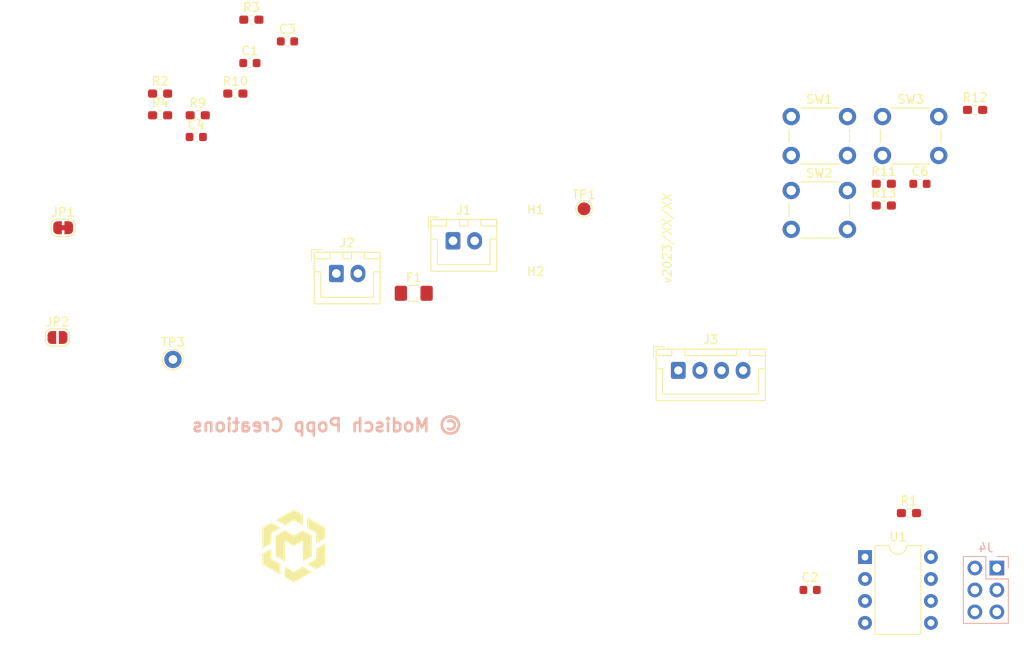
<source format=kicad_pcb>
(kicad_pcb (version 20171130) (host pcbnew "(5.1.12)-1")

  (general
    (thickness 1.6)
    (drawings 2)
    (tracks 0)
    (zones 0)
    (modules 30)
    (nets 18)
  )

  (page A4)
  (layers
    (0 F.Cu signal)
    (31 B.Cu signal)
    (32 B.Adhes user)
    (33 F.Adhes user)
    (34 B.Paste user)
    (35 F.Paste user)
    (36 B.SilkS user)
    (37 F.SilkS user)
    (38 B.Mask user)
    (39 F.Mask user)
    (40 Dwgs.User user)
    (41 Cmts.User user)
    (42 Eco1.User user)
    (43 Eco2.User user)
    (44 Edge.Cuts user)
    (45 Margin user)
    (46 B.CrtYd user)
    (47 F.CrtYd user)
    (48 B.Fab user)
    (49 F.Fab user)
  )

  (setup
    (last_trace_width 0.5)
    (trace_clearance 0.3)
    (zone_clearance 0.508)
    (zone_45_only no)
    (trace_min 0.2)
    (via_size 0.8)
    (via_drill 0.4)
    (via_min_size 0.4)
    (via_min_drill 0.3)
    (uvia_size 0.3)
    (uvia_drill 0.1)
    (uvias_allowed no)
    (uvia_min_size 0.2)
    (uvia_min_drill 0.1)
    (edge_width 0.05)
    (segment_width 0.2)
    (pcb_text_width 0.3)
    (pcb_text_size 1.5 1.5)
    (mod_edge_width 0.12)
    (mod_text_size 1 1)
    (mod_text_width 0.15)
    (pad_size 1.524 1.524)
    (pad_drill 0.762)
    (pad_to_mask_clearance 0)
    (aux_axis_origin 0 0)
    (visible_elements 7FFFFFFF)
    (pcbplotparams
      (layerselection 0x010fc_ffffffff)
      (usegerberextensions false)
      (usegerberattributes true)
      (usegerberadvancedattributes true)
      (creategerberjobfile true)
      (excludeedgelayer true)
      (linewidth 0.100000)
      (plotframeref false)
      (viasonmask false)
      (mode 1)
      (useauxorigin false)
      (hpglpennumber 1)
      (hpglpenspeed 20)
      (hpglpendiameter 15.000000)
      (psnegative false)
      (psa4output false)
      (plotreference true)
      (plotvalue true)
      (plotinvisibletext false)
      (padsonsilk false)
      (subtractmaskfromsilk false)
      (outputformat 1)
      (mirror false)
      (drillshape 1)
      (scaleselection 1)
      (outputdirectory ""))
  )

  (net 0 "")
  (net 1 VCC)
  (net 2 GND)
  (net 3 VBUS)
  (net 4 /D_LEDS)
  (net 5 +BATT)
  (net 6 -BATT)
  (net 7 "Net-(C4-Pad1)")
  (net 8 "Net-(F1-Pad2)")
  (net 9 "Net-(JP1-Pad2)")
  (net 10 "Net-(JP1-Pad1)")
  (net 11 /D_switches)
  (net 12 /D_LEDS2)
  (net 13 "Net-(R11-Pad2)")
  (net 14 "Net-(R12-Pad2)")
  (net 15 "Net-(R13-Pad2)")
  (net 16 /RESET)
  (net 17 /AREF)

  (net_class Default "This is the default net class."
    (clearance 0.3)
    (trace_width 0.5)
    (via_dia 0.8)
    (via_drill 0.4)
    (uvia_dia 0.3)
    (uvia_drill 0.1)
    (add_net +BATT)
    (add_net -BATT)
    (add_net /AREF)
    (add_net /CHRG)
    (add_net /D_LEDS)
    (add_net /D_LEDS2)
    (add_net /D_switches)
    (add_net /RESET)
    (add_net "Net-(C4-Pad1)")
    (add_net "Net-(D2-Pad2)")
    (add_net "Net-(F1-Pad2)")
    (add_net "Net-(JP1-Pad1)")
    (add_net "Net-(JP1-Pad2)")
    (add_net "Net-(R11-Pad2)")
    (add_net "Net-(R12-Pad2)")
    (add_net "Net-(R13-Pad2)")
    (add_net "Net-(R2-Pad2)")
  )

  (net_class PWR ""
    (clearance 0.5)
    (trace_width 1)
    (via_dia 0.8)
    (via_drill 0.4)
    (uvia_dia 0.3)
    (uvia_drill 0.1)
    (add_net GND)
    (add_net VBUS)
    (add_net VCC)
  )

  (module Connector_PinHeader_2.54mm:PinHeader_2x03_P2.54mm_Vertical (layer B.Cu) (tedit 59FED5CC) (tstamp 63C2AAC6)
    (at 125.73 82.55 180)
    (descr "Through hole straight pin header, 2x03, 2.54mm pitch, double rows")
    (tags "Through hole pin header THT 2x03 2.54mm double row")
    (path /63F240FE)
    (fp_text reference J4 (at 1.27 2.33) (layer B.SilkS)
      (effects (font (size 1 1) (thickness 0.15)) (justify mirror))
    )
    (fp_text value AVR-ISP-6 (at 1.27 -7.41) (layer B.Fab)
      (effects (font (size 1 1) (thickness 0.15)) (justify mirror))
    )
    (fp_text user %R (at 1.27 -2.54 270) (layer B.Fab)
      (effects (font (size 1 1) (thickness 0.15)) (justify mirror))
    )
    (fp_line (start 0 1.27) (end 3.81 1.27) (layer B.Fab) (width 0.1))
    (fp_line (start 3.81 1.27) (end 3.81 -6.35) (layer B.Fab) (width 0.1))
    (fp_line (start 3.81 -6.35) (end -1.27 -6.35) (layer B.Fab) (width 0.1))
    (fp_line (start -1.27 -6.35) (end -1.27 0) (layer B.Fab) (width 0.1))
    (fp_line (start -1.27 0) (end 0 1.27) (layer B.Fab) (width 0.1))
    (fp_line (start -1.33 -6.41) (end 3.87 -6.41) (layer B.SilkS) (width 0.12))
    (fp_line (start -1.33 -1.27) (end -1.33 -6.41) (layer B.SilkS) (width 0.12))
    (fp_line (start 3.87 1.33) (end 3.87 -6.41) (layer B.SilkS) (width 0.12))
    (fp_line (start -1.33 -1.27) (end 1.27 -1.27) (layer B.SilkS) (width 0.12))
    (fp_line (start 1.27 -1.27) (end 1.27 1.33) (layer B.SilkS) (width 0.12))
    (fp_line (start 1.27 1.33) (end 3.87 1.33) (layer B.SilkS) (width 0.12))
    (fp_line (start -1.33 0) (end -1.33 1.33) (layer B.SilkS) (width 0.12))
    (fp_line (start -1.33 1.33) (end 0 1.33) (layer B.SilkS) (width 0.12))
    (fp_line (start -1.8 1.8) (end -1.8 -6.85) (layer B.CrtYd) (width 0.05))
    (fp_line (start -1.8 -6.85) (end 4.35 -6.85) (layer B.CrtYd) (width 0.05))
    (fp_line (start 4.35 -6.85) (end 4.35 1.8) (layer B.CrtYd) (width 0.05))
    (fp_line (start 4.35 1.8) (end -1.8 1.8) (layer B.CrtYd) (width 0.05))
    (pad 6 thru_hole oval (at 2.54 -5.08 180) (size 1.7 1.7) (drill 1) (layers *.Cu *.Mask)
      (net 2 GND))
    (pad 5 thru_hole oval (at 0 -5.08 180) (size 1.7 1.7) (drill 1) (layers *.Cu *.Mask)
      (net 16 /RESET))
    (pad 4 thru_hole oval (at 2.54 -2.54 180) (size 1.7 1.7) (drill 1) (layers *.Cu *.Mask)
      (net 17 /AREF))
    (pad 3 thru_hole oval (at 0 -2.54 180) (size 1.7 1.7) (drill 1) (layers *.Cu *.Mask)
      (net 12 /D_LEDS2))
    (pad 2 thru_hole oval (at 2.54 0 180) (size 1.7 1.7) (drill 1) (layers *.Cu *.Mask)
      (net 1 VCC))
    (pad 1 thru_hole rect (at 0 0 180) (size 1.7 1.7) (drill 1) (layers *.Cu *.Mask)
      (net 4 /D_LEDS))
    (model ${KISYS3DMOD}/Connector_PinHeader_2.54mm.3dshapes/PinHeader_2x03_P2.54mm_Vertical.wrl
      (at (xyz 0 0 0))
      (scale (xyz 1 1 1))
      (rotate (xyz 0 0 0))
    )
  )

  (module Connector_JST:JST_XH_B4B-XH-A_1x04_P2.50mm_Vertical (layer F.Cu) (tedit 5C28146C) (tstamp 63C2906D)
    (at 88.9 59.69)
    (descr "JST XH series connector, B4B-XH-A (http://www.jst-mfg.com/product/pdf/eng/eXH.pdf), generated with kicad-footprint-generator")
    (tags "connector JST XH vertical")
    (path /63F1784C)
    (fp_text reference J3 (at 3.75 -3.55) (layer F.SilkS)
      (effects (font (size 1 1) (thickness 0.15)))
    )
    (fp_text value LEDs (at 3.75 4.6) (layer F.Fab)
      (effects (font (size 1 1) (thickness 0.15)))
    )
    (fp_text user %R (at 3.75 2.7) (layer F.Fab)
      (effects (font (size 1 1) (thickness 0.15)))
    )
    (fp_line (start -2.45 -2.35) (end -2.45 3.4) (layer F.Fab) (width 0.1))
    (fp_line (start -2.45 3.4) (end 9.95 3.4) (layer F.Fab) (width 0.1))
    (fp_line (start 9.95 3.4) (end 9.95 -2.35) (layer F.Fab) (width 0.1))
    (fp_line (start 9.95 -2.35) (end -2.45 -2.35) (layer F.Fab) (width 0.1))
    (fp_line (start -2.56 -2.46) (end -2.56 3.51) (layer F.SilkS) (width 0.12))
    (fp_line (start -2.56 3.51) (end 10.06 3.51) (layer F.SilkS) (width 0.12))
    (fp_line (start 10.06 3.51) (end 10.06 -2.46) (layer F.SilkS) (width 0.12))
    (fp_line (start 10.06 -2.46) (end -2.56 -2.46) (layer F.SilkS) (width 0.12))
    (fp_line (start -2.95 -2.85) (end -2.95 3.9) (layer F.CrtYd) (width 0.05))
    (fp_line (start -2.95 3.9) (end 10.45 3.9) (layer F.CrtYd) (width 0.05))
    (fp_line (start 10.45 3.9) (end 10.45 -2.85) (layer F.CrtYd) (width 0.05))
    (fp_line (start 10.45 -2.85) (end -2.95 -2.85) (layer F.CrtYd) (width 0.05))
    (fp_line (start -0.625 -2.35) (end 0 -1.35) (layer F.Fab) (width 0.1))
    (fp_line (start 0 -1.35) (end 0.625 -2.35) (layer F.Fab) (width 0.1))
    (fp_line (start 0.75 -2.45) (end 0.75 -1.7) (layer F.SilkS) (width 0.12))
    (fp_line (start 0.75 -1.7) (end 6.75 -1.7) (layer F.SilkS) (width 0.12))
    (fp_line (start 6.75 -1.7) (end 6.75 -2.45) (layer F.SilkS) (width 0.12))
    (fp_line (start 6.75 -2.45) (end 0.75 -2.45) (layer F.SilkS) (width 0.12))
    (fp_line (start -2.55 -2.45) (end -2.55 -1.7) (layer F.SilkS) (width 0.12))
    (fp_line (start -2.55 -1.7) (end -0.75 -1.7) (layer F.SilkS) (width 0.12))
    (fp_line (start -0.75 -1.7) (end -0.75 -2.45) (layer F.SilkS) (width 0.12))
    (fp_line (start -0.75 -2.45) (end -2.55 -2.45) (layer F.SilkS) (width 0.12))
    (fp_line (start 8.25 -2.45) (end 8.25 -1.7) (layer F.SilkS) (width 0.12))
    (fp_line (start 8.25 -1.7) (end 10.05 -1.7) (layer F.SilkS) (width 0.12))
    (fp_line (start 10.05 -1.7) (end 10.05 -2.45) (layer F.SilkS) (width 0.12))
    (fp_line (start 10.05 -2.45) (end 8.25 -2.45) (layer F.SilkS) (width 0.12))
    (fp_line (start -2.55 -0.2) (end -1.8 -0.2) (layer F.SilkS) (width 0.12))
    (fp_line (start -1.8 -0.2) (end -1.8 2.75) (layer F.SilkS) (width 0.12))
    (fp_line (start -1.8 2.75) (end 3.75 2.75) (layer F.SilkS) (width 0.12))
    (fp_line (start 10.05 -0.2) (end 9.3 -0.2) (layer F.SilkS) (width 0.12))
    (fp_line (start 9.3 -0.2) (end 9.3 2.75) (layer F.SilkS) (width 0.12))
    (fp_line (start 9.3 2.75) (end 3.75 2.75) (layer F.SilkS) (width 0.12))
    (fp_line (start -1.6 -2.75) (end -2.85 -2.75) (layer F.SilkS) (width 0.12))
    (fp_line (start -2.85 -2.75) (end -2.85 -1.5) (layer F.SilkS) (width 0.12))
    (pad 4 thru_hole oval (at 7.5 0) (size 1.7 1.95) (drill 0.95) (layers *.Cu *.Mask)
      (net 2 GND))
    (pad 3 thru_hole oval (at 5 0) (size 1.7 1.95) (drill 0.95) (layers *.Cu *.Mask)
      (net 12 /D_LEDS2))
    (pad 2 thru_hole oval (at 2.5 0) (size 1.7 1.95) (drill 0.95) (layers *.Cu *.Mask)
      (net 4 /D_LEDS))
    (pad 1 thru_hole roundrect (at 0 0) (size 1.7 1.95) (drill 0.95) (layers *.Cu *.Mask) (roundrect_rratio 0.147059)
      (net 1 VCC))
    (model ${KISYS3DMOD}/Connector_JST.3dshapes/JST_XH_B4B-XH-A_1x04_P2.50mm_Vertical.wrl
      (at (xyz 0 0 0))
      (scale (xyz 1 1 1))
      (rotate (xyz 0 0 0))
    )
  )

  (module Button_Switch_THT:SW_PUSH_6mm_H4.3mm (layer F.Cu) (tedit 5A02FE31) (tstamp 63C25706)
    (at 112.51 30.32)
    (descr "tactile push button, 6x6mm e.g. PHAP33xx series, height=4.3mm")
    (tags "tact sw push 6mm")
    (path /63EE673E)
    (fp_text reference SW3 (at 3.25 -2) (layer F.SilkS)
      (effects (font (size 1 1) (thickness 0.15)))
    )
    (fp_text value SW_3 (at 3.75 6.7) (layer F.Fab)
      (effects (font (size 1 1) (thickness 0.15)))
    )
    (fp_text user %R (at 3.25 2.25) (layer F.Fab)
      (effects (font (size 1 1) (thickness 0.15)))
    )
    (fp_line (start 3.25 -0.75) (end 6.25 -0.75) (layer F.Fab) (width 0.1))
    (fp_line (start 6.25 -0.75) (end 6.25 5.25) (layer F.Fab) (width 0.1))
    (fp_line (start 6.25 5.25) (end 0.25 5.25) (layer F.Fab) (width 0.1))
    (fp_line (start 0.25 5.25) (end 0.25 -0.75) (layer F.Fab) (width 0.1))
    (fp_line (start 0.25 -0.75) (end 3.25 -0.75) (layer F.Fab) (width 0.1))
    (fp_line (start 7.75 6) (end 8 6) (layer F.CrtYd) (width 0.05))
    (fp_line (start 8 6) (end 8 5.75) (layer F.CrtYd) (width 0.05))
    (fp_line (start 7.75 -1.5) (end 8 -1.5) (layer F.CrtYd) (width 0.05))
    (fp_line (start 8 -1.5) (end 8 -1.25) (layer F.CrtYd) (width 0.05))
    (fp_line (start -1.5 -1.25) (end -1.5 -1.5) (layer F.CrtYd) (width 0.05))
    (fp_line (start -1.5 -1.5) (end -1.25 -1.5) (layer F.CrtYd) (width 0.05))
    (fp_line (start -1.5 5.75) (end -1.5 6) (layer F.CrtYd) (width 0.05))
    (fp_line (start -1.5 6) (end -1.25 6) (layer F.CrtYd) (width 0.05))
    (fp_line (start -1.25 -1.5) (end 7.75 -1.5) (layer F.CrtYd) (width 0.05))
    (fp_line (start -1.5 5.75) (end -1.5 -1.25) (layer F.CrtYd) (width 0.05))
    (fp_line (start 7.75 6) (end -1.25 6) (layer F.CrtYd) (width 0.05))
    (fp_line (start 8 -1.25) (end 8 5.75) (layer F.CrtYd) (width 0.05))
    (fp_line (start 1 5.5) (end 5.5 5.5) (layer F.SilkS) (width 0.12))
    (fp_line (start -0.25 1.5) (end -0.25 3) (layer F.SilkS) (width 0.12))
    (fp_line (start 5.5 -1) (end 1 -1) (layer F.SilkS) (width 0.12))
    (fp_line (start 6.75 3) (end 6.75 1.5) (layer F.SilkS) (width 0.12))
    (fp_circle (center 3.25 2.25) (end 1.25 2.5) (layer F.Fab) (width 0.1))
    (pad 1 thru_hole circle (at 6.5 0 90) (size 2 2) (drill 1.1) (layers *.Cu *.Mask)
      (net 2 GND))
    (pad 2 thru_hole circle (at 6.5 4.5 90) (size 2 2) (drill 1.1) (layers *.Cu *.Mask)
      (net 15 "Net-(R13-Pad2)"))
    (pad 1 thru_hole circle (at 0 0 90) (size 2 2) (drill 1.1) (layers *.Cu *.Mask)
      (net 2 GND))
    (pad 2 thru_hole circle (at 0 4.5 90) (size 2 2) (drill 1.1) (layers *.Cu *.Mask)
      (net 15 "Net-(R13-Pad2)"))
    (model ${KISYS3DMOD}/Button_Switch_THT.3dshapes/SW_PUSH_6mm_H4.3mm.wrl
      (at (xyz 0 0 0))
      (scale (xyz 1 1 1))
      (rotate (xyz 0 0 0))
    )
  )

  (module Button_Switch_THT:SW_PUSH_6mm_H4.3mm (layer F.Cu) (tedit 5A02FE31) (tstamp 63C25633)
    (at 101.96 38.87)
    (descr "tactile push button, 6x6mm e.g. PHAP33xx series, height=4.3mm")
    (tags "tact sw push 6mm")
    (path /63EE87F2)
    (fp_text reference SW2 (at 3.25 -2) (layer F.SilkS)
      (effects (font (size 1 1) (thickness 0.15)))
    )
    (fp_text value SW_2 (at 3.75 6.7) (layer F.Fab)
      (effects (font (size 1 1) (thickness 0.15)))
    )
    (fp_text user %R (at 3.25 2.25) (layer F.Fab)
      (effects (font (size 1 1) (thickness 0.15)))
    )
    (fp_line (start 3.25 -0.75) (end 6.25 -0.75) (layer F.Fab) (width 0.1))
    (fp_line (start 6.25 -0.75) (end 6.25 5.25) (layer F.Fab) (width 0.1))
    (fp_line (start 6.25 5.25) (end 0.25 5.25) (layer F.Fab) (width 0.1))
    (fp_line (start 0.25 5.25) (end 0.25 -0.75) (layer F.Fab) (width 0.1))
    (fp_line (start 0.25 -0.75) (end 3.25 -0.75) (layer F.Fab) (width 0.1))
    (fp_line (start 7.75 6) (end 8 6) (layer F.CrtYd) (width 0.05))
    (fp_line (start 8 6) (end 8 5.75) (layer F.CrtYd) (width 0.05))
    (fp_line (start 7.75 -1.5) (end 8 -1.5) (layer F.CrtYd) (width 0.05))
    (fp_line (start 8 -1.5) (end 8 -1.25) (layer F.CrtYd) (width 0.05))
    (fp_line (start -1.5 -1.25) (end -1.5 -1.5) (layer F.CrtYd) (width 0.05))
    (fp_line (start -1.5 -1.5) (end -1.25 -1.5) (layer F.CrtYd) (width 0.05))
    (fp_line (start -1.5 5.75) (end -1.5 6) (layer F.CrtYd) (width 0.05))
    (fp_line (start -1.5 6) (end -1.25 6) (layer F.CrtYd) (width 0.05))
    (fp_line (start -1.25 -1.5) (end 7.75 -1.5) (layer F.CrtYd) (width 0.05))
    (fp_line (start -1.5 5.75) (end -1.5 -1.25) (layer F.CrtYd) (width 0.05))
    (fp_line (start 7.75 6) (end -1.25 6) (layer F.CrtYd) (width 0.05))
    (fp_line (start 8 -1.25) (end 8 5.75) (layer F.CrtYd) (width 0.05))
    (fp_line (start 1 5.5) (end 5.5 5.5) (layer F.SilkS) (width 0.12))
    (fp_line (start -0.25 1.5) (end -0.25 3) (layer F.SilkS) (width 0.12))
    (fp_line (start 5.5 -1) (end 1 -1) (layer F.SilkS) (width 0.12))
    (fp_line (start 6.75 3) (end 6.75 1.5) (layer F.SilkS) (width 0.12))
    (fp_circle (center 3.25 2.25) (end 1.25 2.5) (layer F.Fab) (width 0.1))
    (pad 1 thru_hole circle (at 6.5 0 90) (size 2 2) (drill 1.1) (layers *.Cu *.Mask)
      (net 2 GND))
    (pad 2 thru_hole circle (at 6.5 4.5 90) (size 2 2) (drill 1.1) (layers *.Cu *.Mask)
      (net 14 "Net-(R12-Pad2)"))
    (pad 1 thru_hole circle (at 0 0 90) (size 2 2) (drill 1.1) (layers *.Cu *.Mask)
      (net 2 GND))
    (pad 2 thru_hole circle (at 0 4.5 90) (size 2 2) (drill 1.1) (layers *.Cu *.Mask)
      (net 14 "Net-(R12-Pad2)"))
    (model ${KISYS3DMOD}/Button_Switch_THT.3dshapes/SW_PUSH_6mm_H4.3mm.wrl
      (at (xyz 0 0 0))
      (scale (xyz 1 1 1))
      (rotate (xyz 0 0 0))
    )
  )

  (module Button_Switch_THT:SW_PUSH_6mm_H4.3mm (layer F.Cu) (tedit 5A02FE31) (tstamp 63C25614)
    (at 101.96 30.32)
    (descr "tactile push button, 6x6mm e.g. PHAP33xx series, height=4.3mm")
    (tags "tact sw push 6mm")
    (path /63EDF8D1)
    (fp_text reference SW1 (at 3.25 -2) (layer F.SilkS)
      (effects (font (size 1 1) (thickness 0.15)))
    )
    (fp_text value SW_1 (at 3.75 6.7) (layer F.Fab)
      (effects (font (size 1 1) (thickness 0.15)))
    )
    (fp_text user %R (at 3.25 2.25) (layer F.Fab)
      (effects (font (size 1 1) (thickness 0.15)))
    )
    (fp_line (start 3.25 -0.75) (end 6.25 -0.75) (layer F.Fab) (width 0.1))
    (fp_line (start 6.25 -0.75) (end 6.25 5.25) (layer F.Fab) (width 0.1))
    (fp_line (start 6.25 5.25) (end 0.25 5.25) (layer F.Fab) (width 0.1))
    (fp_line (start 0.25 5.25) (end 0.25 -0.75) (layer F.Fab) (width 0.1))
    (fp_line (start 0.25 -0.75) (end 3.25 -0.75) (layer F.Fab) (width 0.1))
    (fp_line (start 7.75 6) (end 8 6) (layer F.CrtYd) (width 0.05))
    (fp_line (start 8 6) (end 8 5.75) (layer F.CrtYd) (width 0.05))
    (fp_line (start 7.75 -1.5) (end 8 -1.5) (layer F.CrtYd) (width 0.05))
    (fp_line (start 8 -1.5) (end 8 -1.25) (layer F.CrtYd) (width 0.05))
    (fp_line (start -1.5 -1.25) (end -1.5 -1.5) (layer F.CrtYd) (width 0.05))
    (fp_line (start -1.5 -1.5) (end -1.25 -1.5) (layer F.CrtYd) (width 0.05))
    (fp_line (start -1.5 5.75) (end -1.5 6) (layer F.CrtYd) (width 0.05))
    (fp_line (start -1.5 6) (end -1.25 6) (layer F.CrtYd) (width 0.05))
    (fp_line (start -1.25 -1.5) (end 7.75 -1.5) (layer F.CrtYd) (width 0.05))
    (fp_line (start -1.5 5.75) (end -1.5 -1.25) (layer F.CrtYd) (width 0.05))
    (fp_line (start 7.75 6) (end -1.25 6) (layer F.CrtYd) (width 0.05))
    (fp_line (start 8 -1.25) (end 8 5.75) (layer F.CrtYd) (width 0.05))
    (fp_line (start 1 5.5) (end 5.5 5.5) (layer F.SilkS) (width 0.12))
    (fp_line (start -0.25 1.5) (end -0.25 3) (layer F.SilkS) (width 0.12))
    (fp_line (start 5.5 -1) (end 1 -1) (layer F.SilkS) (width 0.12))
    (fp_line (start 6.75 3) (end 6.75 1.5) (layer F.SilkS) (width 0.12))
    (fp_circle (center 3.25 2.25) (end 1.25 2.5) (layer F.Fab) (width 0.1))
    (pad 1 thru_hole circle (at 6.5 0 90) (size 2 2) (drill 1.1) (layers *.Cu *.Mask)
      (net 2 GND))
    (pad 2 thru_hole circle (at 6.5 4.5 90) (size 2 2) (drill 1.1) (layers *.Cu *.Mask)
      (net 13 "Net-(R11-Pad2)"))
    (pad 1 thru_hole circle (at 0 0 90) (size 2 2) (drill 1.1) (layers *.Cu *.Mask)
      (net 2 GND))
    (pad 2 thru_hole circle (at 0 4.5 90) (size 2 2) (drill 1.1) (layers *.Cu *.Mask)
      (net 13 "Net-(R11-Pad2)"))
    (model ${KISYS3DMOD}/Button_Switch_THT.3dshapes/SW_PUSH_6mm_H4.3mm.wrl
      (at (xyz 0 0 0))
      (scale (xyz 1 1 1))
      (rotate (xyz 0 0 0))
    )
  )

  (module Resistor_SMD:R_0603_1608Metric_Pad1.05x0.95mm_HandSolder (layer F.Cu) (tedit 5B301BBD) (tstamp 63C255F5)
    (at 112.66 40.61)
    (descr "Resistor SMD 0603 (1608 Metric), square (rectangular) end terminal, IPC_7351 nominal with elongated pad for handsoldering. (Body size source: http://www.tortai-tech.com/upload/download/2011102023233369053.pdf), generated with kicad-footprint-generator")
    (tags "resistor handsolder")
    (path /63EE6744)
    (attr smd)
    (fp_text reference R13 (at 0 -1.43) (layer F.SilkS)
      (effects (font (size 1 1) (thickness 0.15)))
    )
    (fp_text value 4.7k (at 0 1.43) (layer F.Fab)
      (effects (font (size 1 1) (thickness 0.15)))
    )
    (fp_text user %R (at 0 0) (layer F.Fab)
      (effects (font (size 0.4 0.4) (thickness 0.06)))
    )
    (fp_line (start -0.8 0.4) (end -0.8 -0.4) (layer F.Fab) (width 0.1))
    (fp_line (start -0.8 -0.4) (end 0.8 -0.4) (layer F.Fab) (width 0.1))
    (fp_line (start 0.8 -0.4) (end 0.8 0.4) (layer F.Fab) (width 0.1))
    (fp_line (start 0.8 0.4) (end -0.8 0.4) (layer F.Fab) (width 0.1))
    (fp_line (start -0.171267 -0.51) (end 0.171267 -0.51) (layer F.SilkS) (width 0.12))
    (fp_line (start -0.171267 0.51) (end 0.171267 0.51) (layer F.SilkS) (width 0.12))
    (fp_line (start -1.65 0.73) (end -1.65 -0.73) (layer F.CrtYd) (width 0.05))
    (fp_line (start -1.65 -0.73) (end 1.65 -0.73) (layer F.CrtYd) (width 0.05))
    (fp_line (start 1.65 -0.73) (end 1.65 0.73) (layer F.CrtYd) (width 0.05))
    (fp_line (start 1.65 0.73) (end -1.65 0.73) (layer F.CrtYd) (width 0.05))
    (pad 2 smd roundrect (at 0.875 0) (size 1.05 0.95) (layers F.Cu F.Paste F.Mask) (roundrect_rratio 0.25)
      (net 15 "Net-(R13-Pad2)"))
    (pad 1 smd roundrect (at -0.875 0) (size 1.05 0.95) (layers F.Cu F.Paste F.Mask) (roundrect_rratio 0.25)
      (net 11 /D_switches))
    (model ${KISYS3DMOD}/Resistor_SMD.3dshapes/R_0603_1608Metric.wrl
      (at (xyz 0 0 0))
      (scale (xyz 1 1 1))
      (rotate (xyz 0 0 0))
    )
  )

  (module Resistor_SMD:R_0603_1608Metric_Pad1.05x0.95mm_HandSolder (layer F.Cu) (tedit 5B301BBD) (tstamp 63C255E4)
    (at 123.21 29.55)
    (descr "Resistor SMD 0603 (1608 Metric), square (rectangular) end terminal, IPC_7351 nominal with elongated pad for handsoldering. (Body size source: http://www.tortai-tech.com/upload/download/2011102023233369053.pdf), generated with kicad-footprint-generator")
    (tags "resistor handsolder")
    (path /63EE87F8)
    (attr smd)
    (fp_text reference R12 (at 0 -1.43) (layer F.SilkS)
      (effects (font (size 1 1) (thickness 0.15)))
    )
    (fp_text value 2.2k (at 0 1.43) (layer F.Fab)
      (effects (font (size 1 1) (thickness 0.15)))
    )
    (fp_text user %R (at 0 0) (layer F.Fab)
      (effects (font (size 0.4 0.4) (thickness 0.06)))
    )
    (fp_line (start -0.8 0.4) (end -0.8 -0.4) (layer F.Fab) (width 0.1))
    (fp_line (start -0.8 -0.4) (end 0.8 -0.4) (layer F.Fab) (width 0.1))
    (fp_line (start 0.8 -0.4) (end 0.8 0.4) (layer F.Fab) (width 0.1))
    (fp_line (start 0.8 0.4) (end -0.8 0.4) (layer F.Fab) (width 0.1))
    (fp_line (start -0.171267 -0.51) (end 0.171267 -0.51) (layer F.SilkS) (width 0.12))
    (fp_line (start -0.171267 0.51) (end 0.171267 0.51) (layer F.SilkS) (width 0.12))
    (fp_line (start -1.65 0.73) (end -1.65 -0.73) (layer F.CrtYd) (width 0.05))
    (fp_line (start -1.65 -0.73) (end 1.65 -0.73) (layer F.CrtYd) (width 0.05))
    (fp_line (start 1.65 -0.73) (end 1.65 0.73) (layer F.CrtYd) (width 0.05))
    (fp_line (start 1.65 0.73) (end -1.65 0.73) (layer F.CrtYd) (width 0.05))
    (pad 2 smd roundrect (at 0.875 0) (size 1.05 0.95) (layers F.Cu F.Paste F.Mask) (roundrect_rratio 0.25)
      (net 14 "Net-(R12-Pad2)"))
    (pad 1 smd roundrect (at -0.875 0) (size 1.05 0.95) (layers F.Cu F.Paste F.Mask) (roundrect_rratio 0.25)
      (net 11 /D_switches))
    (model ${KISYS3DMOD}/Resistor_SMD.3dshapes/R_0603_1608Metric.wrl
      (at (xyz 0 0 0))
      (scale (xyz 1 1 1))
      (rotate (xyz 0 0 0))
    )
  )

  (module Resistor_SMD:R_0603_1608Metric_Pad1.05x0.95mm_HandSolder (layer F.Cu) (tedit 5B301BBD) (tstamp 63C255D3)
    (at 112.66 38.1)
    (descr "Resistor SMD 0603 (1608 Metric), square (rectangular) end terminal, IPC_7351 nominal with elongated pad for handsoldering. (Body size source: http://www.tortai-tech.com/upload/download/2011102023233369053.pdf), generated with kicad-footprint-generator")
    (tags "resistor handsolder")
    (path /63EE1AA1)
    (attr smd)
    (fp_text reference R11 (at 0 -1.43) (layer F.SilkS)
      (effects (font (size 1 1) (thickness 0.15)))
    )
    (fp_text value 1k (at 0 1.43) (layer F.Fab)
      (effects (font (size 1 1) (thickness 0.15)))
    )
    (fp_text user %R (at 0 0) (layer F.Fab)
      (effects (font (size 0.4 0.4) (thickness 0.06)))
    )
    (fp_line (start -0.8 0.4) (end -0.8 -0.4) (layer F.Fab) (width 0.1))
    (fp_line (start -0.8 -0.4) (end 0.8 -0.4) (layer F.Fab) (width 0.1))
    (fp_line (start 0.8 -0.4) (end 0.8 0.4) (layer F.Fab) (width 0.1))
    (fp_line (start 0.8 0.4) (end -0.8 0.4) (layer F.Fab) (width 0.1))
    (fp_line (start -0.171267 -0.51) (end 0.171267 -0.51) (layer F.SilkS) (width 0.12))
    (fp_line (start -0.171267 0.51) (end 0.171267 0.51) (layer F.SilkS) (width 0.12))
    (fp_line (start -1.65 0.73) (end -1.65 -0.73) (layer F.CrtYd) (width 0.05))
    (fp_line (start -1.65 -0.73) (end 1.65 -0.73) (layer F.CrtYd) (width 0.05))
    (fp_line (start 1.65 -0.73) (end 1.65 0.73) (layer F.CrtYd) (width 0.05))
    (fp_line (start 1.65 0.73) (end -1.65 0.73) (layer F.CrtYd) (width 0.05))
    (pad 2 smd roundrect (at 0.875 0) (size 1.05 0.95) (layers F.Cu F.Paste F.Mask) (roundrect_rratio 0.25)
      (net 13 "Net-(R11-Pad2)"))
    (pad 1 smd roundrect (at -0.875 0) (size 1.05 0.95) (layers F.Cu F.Paste F.Mask) (roundrect_rratio 0.25)
      (net 11 /D_switches))
    (model ${KISYS3DMOD}/Resistor_SMD.3dshapes/R_0603_1608Metric.wrl
      (at (xyz 0 0 0))
      (scale (xyz 1 1 1))
      (rotate (xyz 0 0 0))
    )
  )

  (module Capacitor_SMD:C_0603_1608Metric (layer F.Cu) (tedit 5F68FEEE) (tstamp 63C2530A)
    (at 116.84 38.1)
    (descr "Capacitor SMD 0603 (1608 Metric), square (rectangular) end terminal, IPC_7351 nominal, (Body size source: IPC-SM-782 page 76, https://www.pcb-3d.com/wordpress/wp-content/uploads/ipc-sm-782a_amendment_1_and_2.pdf), generated with kicad-footprint-generator")
    (tags capacitor)
    (path /63EF297F)
    (attr smd)
    (fp_text reference C6 (at 0 -1.43) (layer F.SilkS)
      (effects (font (size 1 1) (thickness 0.15)))
    )
    (fp_text value 100nF (at 0 1.43) (layer F.Fab)
      (effects (font (size 1 1) (thickness 0.15)))
    )
    (fp_text user %R (at 0 0) (layer F.Fab)
      (effects (font (size 0.4 0.4) (thickness 0.06)))
    )
    (fp_line (start -0.8 0.4) (end -0.8 -0.4) (layer F.Fab) (width 0.1))
    (fp_line (start -0.8 -0.4) (end 0.8 -0.4) (layer F.Fab) (width 0.1))
    (fp_line (start 0.8 -0.4) (end 0.8 0.4) (layer F.Fab) (width 0.1))
    (fp_line (start 0.8 0.4) (end -0.8 0.4) (layer F.Fab) (width 0.1))
    (fp_line (start -0.14058 -0.51) (end 0.14058 -0.51) (layer F.SilkS) (width 0.12))
    (fp_line (start -0.14058 0.51) (end 0.14058 0.51) (layer F.SilkS) (width 0.12))
    (fp_line (start -1.48 0.73) (end -1.48 -0.73) (layer F.CrtYd) (width 0.05))
    (fp_line (start -1.48 -0.73) (end 1.48 -0.73) (layer F.CrtYd) (width 0.05))
    (fp_line (start 1.48 -0.73) (end 1.48 0.73) (layer F.CrtYd) (width 0.05))
    (fp_line (start 1.48 0.73) (end -1.48 0.73) (layer F.CrtYd) (width 0.05))
    (pad 2 smd roundrect (at 0.775 0) (size 0.9 0.95) (layers F.Cu F.Paste F.Mask) (roundrect_rratio 0.25)
      (net 2 GND))
    (pad 1 smd roundrect (at -0.775 0) (size 0.9 0.95) (layers F.Cu F.Paste F.Mask) (roundrect_rratio 0.25)
      (net 11 /D_switches))
    (model ${KISYS3DMOD}/Capacitor_SMD.3dshapes/C_0603_1608Metric.wrl
      (at (xyz 0 0 0))
      (scale (xyz 1 1 1))
      (rotate (xyz 0 0 0))
    )
  )

  (module TestPoint:TestPoint_THTPad_D2.0mm_Drill1.0mm (layer F.Cu) (tedit 5A0F774F) (tstamp 63C1B485)
    (at 30.48 58.42)
    (descr "THT pad as test Point, diameter 2.0mm, hole diameter 1.0mm")
    (tags "test point THT pad")
    (path /63C4DB1F)
    (attr virtual)
    (fp_text reference TP3 (at 0 -1.998) (layer F.SilkS)
      (effects (font (size 1 1) (thickness 0.15)))
    )
    (fp_text value TEMP (at 0 2.05) (layer F.Fab)
      (effects (font (size 1 1) (thickness 0.15)))
    )
    (fp_text user %R (at 0 -2) (layer F.Fab)
      (effects (font (size 1 1) (thickness 0.15)))
    )
    (fp_circle (center 0 0) (end 1.5 0) (layer F.CrtYd) (width 0.05))
    (fp_circle (center 0 0) (end 0 1.2) (layer F.SilkS) (width 0.12))
    (pad 1 thru_hole circle (at 0 0) (size 2 2) (drill 1) (layers *.Cu *.Mask)
      (net 10 "Net-(JP1-Pad1)"))
  )

  (module TestPoint:TestPoint_Pad_D1.5mm (layer F.Cu) (tedit 5A0F774F) (tstamp 63B75281)
    (at 78.005 40.9945)
    (descr "SMD pad as test Point, diameter 1.5mm")
    (tags "test point SMD pad")
    (path /63BBE28E)
    (attr virtual)
    (fp_text reference TP1 (at 0 -1.648) (layer F.SilkS)
      (effects (font (size 1 1) (thickness 0.15)))
    )
    (fp_text value AREF (at 0 1.75) (layer F.Fab)
      (effects (font (size 1 1) (thickness 0.15)))
    )
    (fp_circle (center 0 0) (end 0 0.95) (layer F.SilkS) (width 0.12))
    (fp_circle (center 0 0) (end 1.25 0) (layer F.CrtYd) (width 0.05))
    (fp_text user %R (at 0 -1.65) (layer F.Fab)
      (effects (font (size 1 1) (thickness 0.15)))
    )
    (pad 1 smd circle (at 0 0) (size 1.5 1.5) (layers F.Cu F.Mask)
      (net 17 /AREF))
  )

  (module Jumper:SolderJumper-2_P1.3mm_Open_RoundedPad1.0x1.5mm (layer F.Cu) (tedit 5B391E66) (tstamp 63C1D5D6)
    (at 17.13 55.88)
    (descr "SMD Solder Jumper, 1x1.5mm, rounded Pads, 0.3mm gap, open")
    (tags "solder jumper open")
    (path /63C18EA6)
    (attr virtual)
    (fp_text reference JP2 (at 0 -1.8) (layer F.SilkS)
      (effects (font (size 1 1) (thickness 0.15)))
    )
    (fp_text value "Join without BMS" (at 0 1.9) (layer F.Fab)
      (effects (font (size 1 1) (thickness 0.15)))
    )
    (fp_arc (start -0.7 -0.3) (end -0.7 -1) (angle -90) (layer F.SilkS) (width 0.12))
    (fp_arc (start -0.7 0.3) (end -1.4 0.3) (angle -90) (layer F.SilkS) (width 0.12))
    (fp_arc (start 0.7 0.3) (end 0.7 1) (angle -90) (layer F.SilkS) (width 0.12))
    (fp_arc (start 0.7 -0.3) (end 1.4 -0.3) (angle -90) (layer F.SilkS) (width 0.12))
    (fp_line (start -1.4 0.3) (end -1.4 -0.3) (layer F.SilkS) (width 0.12))
    (fp_line (start 0.7 1) (end -0.7 1) (layer F.SilkS) (width 0.12))
    (fp_line (start 1.4 -0.3) (end 1.4 0.3) (layer F.SilkS) (width 0.12))
    (fp_line (start -0.7 -1) (end 0.7 -1) (layer F.SilkS) (width 0.12))
    (fp_line (start -1.65 -1.25) (end 1.65 -1.25) (layer F.CrtYd) (width 0.05))
    (fp_line (start -1.65 -1.25) (end -1.65 1.25) (layer F.CrtYd) (width 0.05))
    (fp_line (start 1.65 1.25) (end 1.65 -1.25) (layer F.CrtYd) (width 0.05))
    (fp_line (start 1.65 1.25) (end -1.65 1.25) (layer F.CrtYd) (width 0.05))
    (pad 2 smd custom (at 0.65 0) (size 1 0.5) (layers F.Cu F.Mask)
      (net 2 GND) (zone_connect 2)
      (options (clearance outline) (anchor rect))
      (primitives
        (gr_circle (center 0 0.25) (end 0.5 0.25) (width 0))
        (gr_circle (center 0 -0.25) (end 0.5 -0.25) (width 0))
        (gr_poly (pts
           (xy 0 -0.75) (xy -0.5 -0.75) (xy -0.5 0.75) (xy 0 0.75)) (width 0))
      ))
    (pad 1 smd custom (at -0.65 0) (size 1 0.5) (layers F.Cu F.Mask)
      (net 6 -BATT) (zone_connect 2)
      (options (clearance outline) (anchor rect))
      (primitives
        (gr_circle (center 0 0.25) (end 0.5 0.25) (width 0))
        (gr_circle (center 0 -0.25) (end 0.5 -0.25) (width 0))
        (gr_poly (pts
           (xy 0 -0.75) (xy 0.5 -0.75) (xy 0.5 0.75) (xy 0 0.75)) (width 0))
      ))
  )

  (module Jumper:SolderJumper-2_P1.3mm_Bridged_RoundedPad1.0x1.5mm (layer F.Cu) (tedit 5C745284) (tstamp 63C1D5C4)
    (at 17.78 43.18)
    (descr "SMD Solder Jumper, 1x1.5mm, rounded Pads, 0.3mm gap, bridged with 1 copper strip")
    (tags "solder jumper open")
    (path /63C53736)
    (attr virtual)
    (fp_text reference JP1 (at 0 -1.8) (layer F.SilkS)
      (effects (font (size 1 1) (thickness 0.15)))
    )
    (fp_text value "Cut for NTC" (at 0 1.9) (layer F.Fab)
      (effects (font (size 1 1) (thickness 0.15)))
    )
    (fp_arc (start -0.7 -0.3) (end -0.7 -1) (angle -90) (layer F.SilkS) (width 0.12))
    (fp_arc (start -0.7 0.3) (end -1.4 0.3) (angle -90) (layer F.SilkS) (width 0.12))
    (fp_arc (start 0.7 0.3) (end 0.7 1) (angle -90) (layer F.SilkS) (width 0.12))
    (fp_arc (start 0.7 -0.3) (end 1.4 -0.3) (angle -90) (layer F.SilkS) (width 0.12))
    (fp_line (start -1.4 0.3) (end -1.4 -0.3) (layer F.SilkS) (width 0.12))
    (fp_line (start 0.7 1) (end -0.7 1) (layer F.SilkS) (width 0.12))
    (fp_line (start 1.4 -0.3) (end 1.4 0.3) (layer F.SilkS) (width 0.12))
    (fp_line (start -0.7 -1) (end 0.7 -1) (layer F.SilkS) (width 0.12))
    (fp_line (start -1.65 -1.25) (end 1.65 -1.25) (layer F.CrtYd) (width 0.05))
    (fp_line (start -1.65 -1.25) (end -1.65 1.25) (layer F.CrtYd) (width 0.05))
    (fp_line (start 1.65 1.25) (end 1.65 -1.25) (layer F.CrtYd) (width 0.05))
    (fp_line (start 1.65 1.25) (end -1.65 1.25) (layer F.CrtYd) (width 0.05))
    (fp_poly (pts (xy 0.25 -0.3) (xy -0.25 -0.3) (xy -0.25 0.3) (xy 0.25 0.3)) (layer F.Cu) (width 0))
    (pad 1 smd custom (at -0.65 0) (size 1 0.5) (layers F.Cu F.Mask)
      (net 10 "Net-(JP1-Pad1)") (zone_connect 2)
      (options (clearance outline) (anchor rect))
      (primitives
        (gr_circle (center 0 0.25) (end 0.5 0.25) (width 0))
        (gr_circle (center 0 -0.25) (end 0.5 -0.25) (width 0))
        (gr_poly (pts
           (xy 0 -0.75) (xy 0.5 -0.75) (xy 0.5 0.75) (xy 0 0.75)) (width 0))
      ))
    (pad 2 smd custom (at 0.65 0) (size 1 0.5) (layers F.Cu F.Mask)
      (net 9 "Net-(JP1-Pad2)") (zone_connect 2)
      (options (clearance outline) (anchor rect))
      (primitives
        (gr_circle (center 0 0.25) (end 0.5 0.25) (width 0))
        (gr_circle (center 0 -0.25) (end 0.5 -0.25) (width 0))
        (gr_poly (pts
           (xy 0 -0.75) (xy -0.5 -0.75) (xy -0.5 0.75) (xy 0 0.75)) (width 0))
      ))
  )

  (module Resistor_SMD:R_0603_1608Metric_Pad1.05x0.95mm_HandSolder (layer F.Cu) (tedit 5B301BBD) (tstamp 63C1B38C)
    (at 37.69 27.66)
    (descr "Resistor SMD 0603 (1608 Metric), square (rectangular) end terminal, IPC_7351 nominal with elongated pad for handsoldering. (Body size source: http://www.tortai-tech.com/upload/download/2011102023233369053.pdf), generated with kicad-footprint-generator")
    (tags "resistor handsolder")
    (path /63BF404F)
    (attr smd)
    (fp_text reference R10 (at 0 -1.43) (layer F.SilkS)
      (effects (font (size 1 1) (thickness 0.15)))
    )
    (fp_text value 1k (at 0 1.43) (layer F.Fab)
      (effects (font (size 1 1) (thickness 0.15)))
    )
    (fp_text user %R (at 0 0) (layer F.Fab)
      (effects (font (size 0.4 0.4) (thickness 0.06)))
    )
    (fp_line (start -0.8 0.4) (end -0.8 -0.4) (layer F.Fab) (width 0.1))
    (fp_line (start -0.8 -0.4) (end 0.8 -0.4) (layer F.Fab) (width 0.1))
    (fp_line (start 0.8 -0.4) (end 0.8 0.4) (layer F.Fab) (width 0.1))
    (fp_line (start 0.8 0.4) (end -0.8 0.4) (layer F.Fab) (width 0.1))
    (fp_line (start -0.171267 -0.51) (end 0.171267 -0.51) (layer F.SilkS) (width 0.12))
    (fp_line (start -0.171267 0.51) (end 0.171267 0.51) (layer F.SilkS) (width 0.12))
    (fp_line (start -1.65 0.73) (end -1.65 -0.73) (layer F.CrtYd) (width 0.05))
    (fp_line (start -1.65 -0.73) (end 1.65 -0.73) (layer F.CrtYd) (width 0.05))
    (fp_line (start 1.65 -0.73) (end 1.65 0.73) (layer F.CrtYd) (width 0.05))
    (fp_line (start 1.65 0.73) (end -1.65 0.73) (layer F.CrtYd) (width 0.05))
    (pad 2 smd roundrect (at 0.875 0) (size 1.05 0.95) (layers F.Cu F.Paste F.Mask) (roundrect_rratio 0.25)
      (net 5 +BATT))
    (pad 1 smd roundrect (at -0.875 0) (size 1.05 0.95) (layers F.Cu F.Paste F.Mask) (roundrect_rratio 0.25)
      (net 7 "Net-(C4-Pad1)"))
    (model ${KISYS3DMOD}/Resistor_SMD.3dshapes/R_0603_1608Metric.wrl
      (at (xyz 0 0 0))
      (scale (xyz 1 1 1))
      (rotate (xyz 0 0 0))
    )
  )

  (module Resistor_SMD:R_0603_1608Metric_Pad1.05x0.95mm_HandSolder (layer F.Cu) (tedit 5B301BBD) (tstamp 63C1B37B)
    (at 33.34 30.17)
    (descr "Resistor SMD 0603 (1608 Metric), square (rectangular) end terminal, IPC_7351 nominal with elongated pad for handsoldering. (Body size source: http://www.tortai-tech.com/upload/download/2011102023233369053.pdf), generated with kicad-footprint-generator")
    (tags "resistor handsolder")
    (path /63C8C8F4)
    (attr smd)
    (fp_text reference R9 (at 0 -1.43) (layer F.SilkS)
      (effects (font (size 1 1) (thickness 0.15)))
    )
    (fp_text value 47k (at 0 1.43) (layer F.Fab)
      (effects (font (size 1 1) (thickness 0.15)))
    )
    (fp_text user %R (at 0 0) (layer F.Fab)
      (effects (font (size 0.4 0.4) (thickness 0.06)))
    )
    (fp_line (start -0.8 0.4) (end -0.8 -0.4) (layer F.Fab) (width 0.1))
    (fp_line (start -0.8 -0.4) (end 0.8 -0.4) (layer F.Fab) (width 0.1))
    (fp_line (start 0.8 -0.4) (end 0.8 0.4) (layer F.Fab) (width 0.1))
    (fp_line (start 0.8 0.4) (end -0.8 0.4) (layer F.Fab) (width 0.1))
    (fp_line (start -0.171267 -0.51) (end 0.171267 -0.51) (layer F.SilkS) (width 0.12))
    (fp_line (start -0.171267 0.51) (end 0.171267 0.51) (layer F.SilkS) (width 0.12))
    (fp_line (start -1.65 0.73) (end -1.65 -0.73) (layer F.CrtYd) (width 0.05))
    (fp_line (start -1.65 -0.73) (end 1.65 -0.73) (layer F.CrtYd) (width 0.05))
    (fp_line (start 1.65 -0.73) (end 1.65 0.73) (layer F.CrtYd) (width 0.05))
    (fp_line (start 1.65 0.73) (end -1.65 0.73) (layer F.CrtYd) (width 0.05))
    (pad 2 smd roundrect (at 0.875 0) (size 1.05 0.95) (layers F.Cu F.Paste F.Mask) (roundrect_rratio 0.25)
      (net 3 VBUS))
    (pad 1 smd roundrect (at -0.875 0) (size 1.05 0.95) (layers F.Cu F.Paste F.Mask) (roundrect_rratio 0.25)
      (net 2 GND))
    (model ${KISYS3DMOD}/Resistor_SMD.3dshapes/R_0603_1608Metric.wrl
      (at (xyz 0 0 0))
      (scale (xyz 1 1 1))
      (rotate (xyz 0 0 0))
    )
  )

  (module Resistor_SMD:R_0603_1608Metric_Pad1.05x0.95mm_HandSolder (layer F.Cu) (tedit 5B301BBD) (tstamp 63C1B326)
    (at 28.99 30.17)
    (descr "Resistor SMD 0603 (1608 Metric), square (rectangular) end terminal, IPC_7351 nominal with elongated pad for handsoldering. (Body size source: http://www.tortai-tech.com/upload/download/2011102023233369053.pdf), generated with kicad-footprint-generator")
    (tags "resistor handsolder")
    (path /63C52161)
    (attr smd)
    (fp_text reference R4 (at 0 -1.43) (layer F.SilkS)
      (effects (font (size 1 1) (thickness 0.15)))
    )
    (fp_text value 10k (at 0 1.43) (layer F.Fab)
      (effects (font (size 1 1) (thickness 0.15)))
    )
    (fp_text user %R (at 0 0) (layer F.Fab)
      (effects (font (size 0.4 0.4) (thickness 0.06)))
    )
    (fp_line (start -0.8 0.4) (end -0.8 -0.4) (layer F.Fab) (width 0.1))
    (fp_line (start -0.8 -0.4) (end 0.8 -0.4) (layer F.Fab) (width 0.1))
    (fp_line (start 0.8 -0.4) (end 0.8 0.4) (layer F.Fab) (width 0.1))
    (fp_line (start 0.8 0.4) (end -0.8 0.4) (layer F.Fab) (width 0.1))
    (fp_line (start -0.171267 -0.51) (end 0.171267 -0.51) (layer F.SilkS) (width 0.12))
    (fp_line (start -0.171267 0.51) (end 0.171267 0.51) (layer F.SilkS) (width 0.12))
    (fp_line (start -1.65 0.73) (end -1.65 -0.73) (layer F.CrtYd) (width 0.05))
    (fp_line (start -1.65 -0.73) (end 1.65 -0.73) (layer F.CrtYd) (width 0.05))
    (fp_line (start 1.65 -0.73) (end 1.65 0.73) (layer F.CrtYd) (width 0.05))
    (fp_line (start 1.65 0.73) (end -1.65 0.73) (layer F.CrtYd) (width 0.05))
    (pad 2 smd roundrect (at 0.875 0) (size 1.05 0.95) (layers F.Cu F.Paste F.Mask) (roundrect_rratio 0.25)
      (net 9 "Net-(JP1-Pad2)"))
    (pad 1 smd roundrect (at -0.875 0) (size 1.05 0.95) (layers F.Cu F.Paste F.Mask) (roundrect_rratio 0.25)
      (net 2 GND))
    (model ${KISYS3DMOD}/Resistor_SMD.3dshapes/R_0603_1608Metric.wrl
      (at (xyz 0 0 0))
      (scale (xyz 1 1 1))
      (rotate (xyz 0 0 0))
    )
  )

  (module Resistor_SMD:R_0603_1608Metric_Pad1.05x0.95mm_HandSolder (layer F.Cu) (tedit 5B301BBD) (tstamp 63C1B315)
    (at 39.54 19.11)
    (descr "Resistor SMD 0603 (1608 Metric), square (rectangular) end terminal, IPC_7351 nominal with elongated pad for handsoldering. (Body size source: http://www.tortai-tech.com/upload/download/2011102023233369053.pdf), generated with kicad-footprint-generator")
    (tags "resistor handsolder")
    (path /63C36A56)
    (attr smd)
    (fp_text reference R3 (at 0 -1.43) (layer F.SilkS)
      (effects (font (size 1 1) (thickness 0.15)))
    )
    (fp_text value 1.5k (at 0 1.43) (layer F.Fab)
      (effects (font (size 1 1) (thickness 0.15)))
    )
    (fp_text user %R (at 0 0) (layer F.Fab)
      (effects (font (size 0.4 0.4) (thickness 0.06)))
    )
    (fp_line (start -0.8 0.4) (end -0.8 -0.4) (layer F.Fab) (width 0.1))
    (fp_line (start -0.8 -0.4) (end 0.8 -0.4) (layer F.Fab) (width 0.1))
    (fp_line (start 0.8 -0.4) (end 0.8 0.4) (layer F.Fab) (width 0.1))
    (fp_line (start 0.8 0.4) (end -0.8 0.4) (layer F.Fab) (width 0.1))
    (fp_line (start -0.171267 -0.51) (end 0.171267 -0.51) (layer F.SilkS) (width 0.12))
    (fp_line (start -0.171267 0.51) (end 0.171267 0.51) (layer F.SilkS) (width 0.12))
    (fp_line (start -1.65 0.73) (end -1.65 -0.73) (layer F.CrtYd) (width 0.05))
    (fp_line (start -1.65 -0.73) (end 1.65 -0.73) (layer F.CrtYd) (width 0.05))
    (fp_line (start 1.65 -0.73) (end 1.65 0.73) (layer F.CrtYd) (width 0.05))
    (fp_line (start 1.65 0.73) (end -1.65 0.73) (layer F.CrtYd) (width 0.05))
    (pad 2 smd roundrect (at 0.875 0) (size 1.05 0.95) (layers F.Cu F.Paste F.Mask) (roundrect_rratio 0.25)
      (net 1 VCC))
    (pad 1 smd roundrect (at -0.875 0) (size 1.05 0.95) (layers F.Cu F.Paste F.Mask) (roundrect_rratio 0.25))
    (model ${KISYS3DMOD}/Resistor_SMD.3dshapes/R_0603_1608Metric.wrl
      (at (xyz 0 0 0))
      (scale (xyz 1 1 1))
      (rotate (xyz 0 0 0))
    )
  )

  (module Resistor_SMD:R_0603_1608Metric_Pad1.05x0.95mm_HandSolder (layer F.Cu) (tedit 5B301BBD) (tstamp 63C1B304)
    (at 28.99 27.66)
    (descr "Resistor SMD 0603 (1608 Metric), square (rectangular) end terminal, IPC_7351 nominal with elongated pad for handsoldering. (Body size source: http://www.tortai-tech.com/upload/download/2011102023233369053.pdf), generated with kicad-footprint-generator")
    (tags "resistor handsolder")
    (path /63C1F619)
    (attr smd)
    (fp_text reference R2 (at 0 -1.43) (layer F.SilkS)
      (effects (font (size 1 1) (thickness 0.15)))
    )
    (fp_text value 2k (at 0 1.43) (layer F.Fab)
      (effects (font (size 1 1) (thickness 0.15)))
    )
    (fp_text user %R (at 0 0) (layer F.Fab)
      (effects (font (size 0.4 0.4) (thickness 0.06)))
    )
    (fp_line (start -0.8 0.4) (end -0.8 -0.4) (layer F.Fab) (width 0.1))
    (fp_line (start -0.8 -0.4) (end 0.8 -0.4) (layer F.Fab) (width 0.1))
    (fp_line (start 0.8 -0.4) (end 0.8 0.4) (layer F.Fab) (width 0.1))
    (fp_line (start 0.8 0.4) (end -0.8 0.4) (layer F.Fab) (width 0.1))
    (fp_line (start -0.171267 -0.51) (end 0.171267 -0.51) (layer F.SilkS) (width 0.12))
    (fp_line (start -0.171267 0.51) (end 0.171267 0.51) (layer F.SilkS) (width 0.12))
    (fp_line (start -1.65 0.73) (end -1.65 -0.73) (layer F.CrtYd) (width 0.05))
    (fp_line (start -1.65 -0.73) (end 1.65 -0.73) (layer F.CrtYd) (width 0.05))
    (fp_line (start 1.65 -0.73) (end 1.65 0.73) (layer F.CrtYd) (width 0.05))
    (fp_line (start 1.65 0.73) (end -1.65 0.73) (layer F.CrtYd) (width 0.05))
    (pad 2 smd roundrect (at 0.875 0) (size 1.05 0.95) (layers F.Cu F.Paste F.Mask) (roundrect_rratio 0.25))
    (pad 1 smd roundrect (at -0.875 0) (size 1.05 0.95) (layers F.Cu F.Paste F.Mask) (roundrect_rratio 0.25)
      (net 2 GND))
    (model ${KISYS3DMOD}/Resistor_SMD.3dshapes/R_0603_1608Metric.wrl
      (at (xyz 0 0 0))
      (scale (xyz 1 1 1))
      (rotate (xyz 0 0 0))
    )
  )

  (module Capacitor_SMD:C_0603_1608Metric (layer F.Cu) (tedit 5F68FEEE) (tstamp 63C1B147)
    (at 33.17 32.68)
    (descr "Capacitor SMD 0603 (1608 Metric), square (rectangular) end terminal, IPC_7351 nominal, (Body size source: IPC-SM-782 page 76, https://www.pcb-3d.com/wordpress/wp-content/uploads/ipc-sm-782a_amendment_1_and_2.pdf), generated with kicad-footprint-generator")
    (tags capacitor)
    (path /63C0DB84)
    (attr smd)
    (fp_text reference C4 (at 0 -1.43) (layer F.SilkS)
      (effects (font (size 1 1) (thickness 0.15)))
    )
    (fp_text value 100nF (at 0 1.43) (layer F.Fab)
      (effects (font (size 1 1) (thickness 0.15)))
    )
    (fp_text user %R (at 0 0) (layer F.Fab)
      (effects (font (size 0.4 0.4) (thickness 0.06)))
    )
    (fp_line (start -0.8 0.4) (end -0.8 -0.4) (layer F.Fab) (width 0.1))
    (fp_line (start -0.8 -0.4) (end 0.8 -0.4) (layer F.Fab) (width 0.1))
    (fp_line (start 0.8 -0.4) (end 0.8 0.4) (layer F.Fab) (width 0.1))
    (fp_line (start 0.8 0.4) (end -0.8 0.4) (layer F.Fab) (width 0.1))
    (fp_line (start -0.14058 -0.51) (end 0.14058 -0.51) (layer F.SilkS) (width 0.12))
    (fp_line (start -0.14058 0.51) (end 0.14058 0.51) (layer F.SilkS) (width 0.12))
    (fp_line (start -1.48 0.73) (end -1.48 -0.73) (layer F.CrtYd) (width 0.05))
    (fp_line (start -1.48 -0.73) (end 1.48 -0.73) (layer F.CrtYd) (width 0.05))
    (fp_line (start 1.48 -0.73) (end 1.48 0.73) (layer F.CrtYd) (width 0.05))
    (fp_line (start 1.48 0.73) (end -1.48 0.73) (layer F.CrtYd) (width 0.05))
    (pad 2 smd roundrect (at 0.775 0) (size 0.9 0.95) (layers F.Cu F.Paste F.Mask) (roundrect_rratio 0.25)
      (net 6 -BATT))
    (pad 1 smd roundrect (at -0.775 0) (size 0.9 0.95) (layers F.Cu F.Paste F.Mask) (roundrect_rratio 0.25)
      (net 7 "Net-(C4-Pad1)"))
    (model ${KISYS3DMOD}/Capacitor_SMD.3dshapes/C_0603_1608Metric.wrl
      (at (xyz 0 0 0))
      (scale (xyz 1 1 1))
      (rotate (xyz 0 0 0))
    )
  )

  (module Capacitor_SMD:C_0603_1608Metric (layer F.Cu) (tedit 5F68FEEE) (tstamp 63C1B136)
    (at 43.72 21.62)
    (descr "Capacitor SMD 0603 (1608 Metric), square (rectangular) end terminal, IPC_7351 nominal, (Body size source: IPC-SM-782 page 76, https://www.pcb-3d.com/wordpress/wp-content/uploads/ipc-sm-782a_amendment_1_and_2.pdf), generated with kicad-footprint-generator")
    (tags capacitor)
    (path /63C5ED60)
    (attr smd)
    (fp_text reference C3 (at 0 -1.43) (layer F.SilkS)
      (effects (font (size 1 1) (thickness 0.15)))
    )
    (fp_text value 1uF (at 0 1.43) (layer F.Fab)
      (effects (font (size 1 1) (thickness 0.15)))
    )
    (fp_text user %R (at 0 0) (layer F.Fab)
      (effects (font (size 0.4 0.4) (thickness 0.06)))
    )
    (fp_line (start -0.8 0.4) (end -0.8 -0.4) (layer F.Fab) (width 0.1))
    (fp_line (start -0.8 -0.4) (end 0.8 -0.4) (layer F.Fab) (width 0.1))
    (fp_line (start 0.8 -0.4) (end 0.8 0.4) (layer F.Fab) (width 0.1))
    (fp_line (start 0.8 0.4) (end -0.8 0.4) (layer F.Fab) (width 0.1))
    (fp_line (start -0.14058 -0.51) (end 0.14058 -0.51) (layer F.SilkS) (width 0.12))
    (fp_line (start -0.14058 0.51) (end 0.14058 0.51) (layer F.SilkS) (width 0.12))
    (fp_line (start -1.48 0.73) (end -1.48 -0.73) (layer F.CrtYd) (width 0.05))
    (fp_line (start -1.48 -0.73) (end 1.48 -0.73) (layer F.CrtYd) (width 0.05))
    (fp_line (start 1.48 -0.73) (end 1.48 0.73) (layer F.CrtYd) (width 0.05))
    (fp_line (start 1.48 0.73) (end -1.48 0.73) (layer F.CrtYd) (width 0.05))
    (pad 2 smd roundrect (at 0.775 0) (size 0.9 0.95) (layers F.Cu F.Paste F.Mask) (roundrect_rratio 0.25)
      (net 2 GND))
    (pad 1 smd roundrect (at -0.775 0) (size 0.9 0.95) (layers F.Cu F.Paste F.Mask) (roundrect_rratio 0.25)
      (net 5 +BATT))
    (model ${KISYS3DMOD}/Capacitor_SMD.3dshapes/C_0603_1608Metric.wrl
      (at (xyz 0 0 0))
      (scale (xyz 1 1 1))
      (rotate (xyz 0 0 0))
    )
  )

  (module Capacitor_SMD:C_0603_1608Metric (layer F.Cu) (tedit 5F68FEEE) (tstamp 63C1B105)
    (at 39.37 24.13)
    (descr "Capacitor SMD 0603 (1608 Metric), square (rectangular) end terminal, IPC_7351 nominal, (Body size source: IPC-SM-782 page 76, https://www.pcb-3d.com/wordpress/wp-content/uploads/ipc-sm-782a_amendment_1_and_2.pdf), generated with kicad-footprint-generator")
    (tags capacitor)
    (path /63BDE6F5)
    (attr smd)
    (fp_text reference C1 (at 0 -1.43) (layer F.SilkS)
      (effects (font (size 1 1) (thickness 0.15)))
    )
    (fp_text value 1uF (at 0 1.43) (layer F.Fab)
      (effects (font (size 1 1) (thickness 0.15)))
    )
    (fp_text user %R (at 0 0) (layer F.Fab)
      (effects (font (size 0.4 0.4) (thickness 0.06)))
    )
    (fp_line (start -0.8 0.4) (end -0.8 -0.4) (layer F.Fab) (width 0.1))
    (fp_line (start -0.8 -0.4) (end 0.8 -0.4) (layer F.Fab) (width 0.1))
    (fp_line (start 0.8 -0.4) (end 0.8 0.4) (layer F.Fab) (width 0.1))
    (fp_line (start 0.8 0.4) (end -0.8 0.4) (layer F.Fab) (width 0.1))
    (fp_line (start -0.14058 -0.51) (end 0.14058 -0.51) (layer F.SilkS) (width 0.12))
    (fp_line (start -0.14058 0.51) (end 0.14058 0.51) (layer F.SilkS) (width 0.12))
    (fp_line (start -1.48 0.73) (end -1.48 -0.73) (layer F.CrtYd) (width 0.05))
    (fp_line (start -1.48 -0.73) (end 1.48 -0.73) (layer F.CrtYd) (width 0.05))
    (fp_line (start 1.48 -0.73) (end 1.48 0.73) (layer F.CrtYd) (width 0.05))
    (fp_line (start 1.48 0.73) (end -1.48 0.73) (layer F.CrtYd) (width 0.05))
    (pad 2 smd roundrect (at 0.775 0) (size 0.9 0.95) (layers F.Cu F.Paste F.Mask) (roundrect_rratio 0.25)
      (net 2 GND))
    (pad 1 smd roundrect (at -0.775 0) (size 0.9 0.95) (layers F.Cu F.Paste F.Mask) (roundrect_rratio 0.25)
      (net 3 VBUS))
    (model ${KISYS3DMOD}/Capacitor_SMD.3dshapes/C_0603_1608Metric.wrl
      (at (xyz 0 0 0))
      (scale (xyz 1 1 1))
      (rotate (xyz 0 0 0))
    )
  )

  (module Package_DIP:DIP-8_W7.62mm (layer F.Cu) (tedit 5A02E8C5) (tstamp 63C2A94B)
    (at 110.49 81.28)
    (descr "8-lead though-hole mounted DIP package, row spacing 7.62 mm (300 mils)")
    (tags "THT DIP DIL PDIP 2.54mm 7.62mm 300mil")
    (path /63BBBD30)
    (fp_text reference U1 (at 3.81 -2.33) (layer F.SilkS)
      (effects (font (size 1 1) (thickness 0.15)))
    )
    (fp_text value ATtiny85-20PU (at 3.81 9.95) (layer F.Fab)
      (effects (font (size 1 1) (thickness 0.15)))
    )
    (fp_line (start 1.635 -1.27) (end 6.985 -1.27) (layer F.Fab) (width 0.1))
    (fp_line (start 6.985 -1.27) (end 6.985 8.89) (layer F.Fab) (width 0.1))
    (fp_line (start 6.985 8.89) (end 0.635 8.89) (layer F.Fab) (width 0.1))
    (fp_line (start 0.635 8.89) (end 0.635 -0.27) (layer F.Fab) (width 0.1))
    (fp_line (start 0.635 -0.27) (end 1.635 -1.27) (layer F.Fab) (width 0.1))
    (fp_line (start 2.81 -1.33) (end 1.16 -1.33) (layer F.SilkS) (width 0.12))
    (fp_line (start 1.16 -1.33) (end 1.16 8.95) (layer F.SilkS) (width 0.12))
    (fp_line (start 1.16 8.95) (end 6.46 8.95) (layer F.SilkS) (width 0.12))
    (fp_line (start 6.46 8.95) (end 6.46 -1.33) (layer F.SilkS) (width 0.12))
    (fp_line (start 6.46 -1.33) (end 4.81 -1.33) (layer F.SilkS) (width 0.12))
    (fp_line (start -1.1 -1.55) (end -1.1 9.15) (layer F.CrtYd) (width 0.05))
    (fp_line (start -1.1 9.15) (end 8.7 9.15) (layer F.CrtYd) (width 0.05))
    (fp_line (start 8.7 9.15) (end 8.7 -1.55) (layer F.CrtYd) (width 0.05))
    (fp_line (start 8.7 -1.55) (end -1.1 -1.55) (layer F.CrtYd) (width 0.05))
    (fp_text user %R (at 3.81 3.81) (layer F.Fab)
      (effects (font (size 1 1) (thickness 0.15)))
    )
    (fp_arc (start 3.81 -1.33) (end 2.81 -1.33) (angle -180) (layer F.SilkS) (width 0.12))
    (pad 8 thru_hole oval (at 7.62 0) (size 1.6 1.6) (drill 0.8) (layers *.Cu *.Mask)
      (net 1 VCC))
    (pad 4 thru_hole oval (at 0 7.62) (size 1.6 1.6) (drill 0.8) (layers *.Cu *.Mask)
      (net 2 GND))
    (pad 7 thru_hole oval (at 7.62 2.54) (size 1.6 1.6) (drill 0.8) (layers *.Cu *.Mask)
      (net 12 /D_LEDS2))
    (pad 3 thru_hole oval (at 0 5.08) (size 1.6 1.6) (drill 0.8) (layers *.Cu *.Mask))
    (pad 6 thru_hole oval (at 7.62 5.08) (size 1.6 1.6) (drill 0.8) (layers *.Cu *.Mask)
      (net 4 /D_LEDS))
    (pad 2 thru_hole oval (at 0 2.54) (size 1.6 1.6) (drill 0.8) (layers *.Cu *.Mask)
      (net 11 /D_switches))
    (pad 5 thru_hole oval (at 7.62 7.62) (size 1.6 1.6) (drill 0.8) (layers *.Cu *.Mask)
      (net 17 /AREF))
    (pad 1 thru_hole rect (at 0 0) (size 1.6 1.6) (drill 0.8) (layers *.Cu *.Mask)
      (net 16 /RESET))
    (model ${KISYS3DMOD}/Package_DIP.3dshapes/DIP-8_W7.62mm.wrl
      (at (xyz 0 0 0))
      (scale (xyz 1 1 1))
      (rotate (xyz 0 0 0))
    )
  )

  (module Resistor_SMD:R_0603_1608Metric_Pad1.05x0.95mm_HandSolder (layer F.Cu) (tedit 5B301BBD) (tstamp 63C2B612)
    (at 115.57 76.2)
    (descr "Resistor SMD 0603 (1608 Metric), square (rectangular) end terminal, IPC_7351 nominal with elongated pad for handsoldering. (Body size source: http://www.tortai-tech.com/upload/download/2011102023233369053.pdf), generated with kicad-footprint-generator")
    (tags "resistor handsolder")
    (path /63BAFE3F)
    (attr smd)
    (fp_text reference R1 (at 0 -1.43) (layer F.SilkS)
      (effects (font (size 1 1) (thickness 0.15)))
    )
    (fp_text value 4.7k (at 0 1.43) (layer F.Fab)
      (effects (font (size 1 1) (thickness 0.15)))
    )
    (fp_line (start -0.8 0.4) (end -0.8 -0.4) (layer F.Fab) (width 0.1))
    (fp_line (start -0.8 -0.4) (end 0.8 -0.4) (layer F.Fab) (width 0.1))
    (fp_line (start 0.8 -0.4) (end 0.8 0.4) (layer F.Fab) (width 0.1))
    (fp_line (start 0.8 0.4) (end -0.8 0.4) (layer F.Fab) (width 0.1))
    (fp_line (start -0.171267 -0.51) (end 0.171267 -0.51) (layer F.SilkS) (width 0.12))
    (fp_line (start -0.171267 0.51) (end 0.171267 0.51) (layer F.SilkS) (width 0.12))
    (fp_line (start -1.65 0.73) (end -1.65 -0.73) (layer F.CrtYd) (width 0.05))
    (fp_line (start -1.65 -0.73) (end 1.65 -0.73) (layer F.CrtYd) (width 0.05))
    (fp_line (start 1.65 -0.73) (end 1.65 0.73) (layer F.CrtYd) (width 0.05))
    (fp_line (start 1.65 0.73) (end -1.65 0.73) (layer F.CrtYd) (width 0.05))
    (fp_text user %R (at 0 0) (layer F.Fab)
      (effects (font (size 0.4 0.4) (thickness 0.06)))
    )
    (pad 2 smd roundrect (at 0.875 0) (size 1.05 0.95) (layers F.Cu F.Paste F.Mask) (roundrect_rratio 0.25)
      (net 16 /RESET))
    (pad 1 smd roundrect (at -0.875 0) (size 1.05 0.95) (layers F.Cu F.Paste F.Mask) (roundrect_rratio 0.25)
      (net 1 VCC))
    (model ${KISYS3DMOD}/Resistor_SMD.3dshapes/R_0603_1608Metric.wrl
      (at (xyz 0 0 0))
      (scale (xyz 1 1 1))
      (rotate (xyz 0 0 0))
    )
  )

  (module "MF custom:mf_logo_10mm" (layer F.Cu) (tedit 0) (tstamp 63B75268)
    (at 44.45 80.01)
    (path /63B4B140)
    (fp_text reference L1 (at 0 0) (layer F.SilkS) hide
      (effects (font (size 1.524 1.524) (thickness 0.3)))
    )
    (fp_text value MF_Logo (at 0.75 0) (layer F.SilkS) hide
      (effects (font (size 1.524 1.524) (thickness 0.3)))
    )
    (fp_poly (pts (xy -1.027113 2.407395) (xy -1.018613 2.412151) (xy -1.000379 2.422544) (xy -0.973669 2.437851)
      (xy -0.939742 2.457349) (xy -0.899857 2.480313) (xy -0.855271 2.506021) (xy -0.807244 2.533749)
      (xy -0.790575 2.54338) (xy -0.680541 2.606967) (xy -0.58099 2.664485) (xy -0.491417 2.716224)
      (xy -0.411313 2.762477) (xy -0.340171 2.803533) (xy -0.277483 2.839686) (xy -0.222742 2.871226)
      (xy -0.175439 2.898444) (xy -0.135068 2.921633) (xy -0.101121 2.941083) (xy -0.073091 2.957085)
      (xy -0.050469 2.969932) (xy -0.032748 2.979914) (xy -0.01942 2.987323) (xy -0.009979 2.992451)
      (xy -0.003916 2.995588) (xy -0.000723 2.997026) (xy -0.000034 2.9972) (xy 0.006064 2.994094)
      (xy 0.022388 2.985069) (xy 0.048169 2.970565) (xy 0.082638 2.951021) (xy 0.125028 2.926876)
      (xy 0.174571 2.898569) (xy 0.230497 2.866538) (xy 0.292038 2.831225) (xy 0.358427 2.793067)
      (xy 0.428894 2.752503) (xy 0.502672 2.709974) (xy 0.522279 2.698661) (xy 1.039617 2.400123)
      (xy 1.464371 2.645373) (xy 1.53457 2.685901) (xy 1.603658 2.725782) (xy 1.670532 2.764377)
      (xy 1.734087 2.801051) (xy 1.793221 2.835166) (xy 1.846829 2.866086) (xy 1.893807 2.893174)
      (xy 1.933052 2.915794) (xy 1.963459 2.933307) (xy 1.983267 2.944701) (xy 2.01372 2.962607)
      (xy 2.039456 2.978536) (xy 2.058804 2.991386) (xy 2.070091 3.000056) (xy 2.072167 3.003268)
      (xy 2.065113 3.007812) (xy 2.049009 3.017468) (xy 2.025845 3.031065) (xy 1.997608 3.047433)
      (xy 1.978025 3.058688) (xy 1.957628 3.0704) (xy 1.92636 3.088391) (xy 1.884347 3.11259)
      (xy 1.831713 3.142923) (xy 1.768586 3.179318) (xy 1.69509 3.221703) (xy 1.611352 3.270006)
      (xy 1.517497 3.324152) (xy 1.413651 3.384071) (xy 1.299939 3.449689) (xy 1.176489 3.520933)
      (xy 1.043424 3.597732) (xy 0.900871 3.680013) (xy 0.748956 3.767703) (xy 0.587805 3.860729)
      (xy 0.417543 3.95902) (xy 0.369069 3.987004) (xy 0.306676 4.022953) (xy 0.247446 4.056943)
      (xy 0.192305 4.08845) (xy 0.142179 4.116953) (xy 0.097995 4.141927) (xy 0.06068 4.16285)
      (xy 0.031159 4.1792) (xy 0.01036 4.190453) (xy -0.000791 4.196087) (xy -0.002406 4.19665)
      (xy -0.009169 4.193411) (xy -0.025806 4.184394) (xy -0.05122 4.170224) (xy -0.084313 4.151522)
      (xy -0.123989 4.128912) (xy -0.169152 4.103016) (xy -0.218704 4.074456) (xy -0.27155 4.043855)
      (xy -0.273605 4.042663) (xy -0.339116 4.004658) (xy -0.411859 3.962496) (xy -0.488874 3.917889)
      (xy -0.567203 3.872551) (xy -0.643885 3.828194) (xy -0.715962 3.78653) (xy -0.780475 3.749274)
      (xy -0.789543 3.744041) (xy -1.0414 3.598707) (xy -1.0414 2.399853) (xy -1.027113 2.407395)) (layer F.SilkS) (width 0.01))
    (fp_poly (pts (xy -2.604346 0.309366) (xy -2.602976 0.313915) (xy -2.601789 0.321857) (xy -2.600772 0.333935)
      (xy -2.59991 0.350889) (xy -2.59919 0.373461) (xy -2.598599 0.402392) (xy -2.598124 0.438423)
      (xy -2.597751 0.482296) (xy -2.597466 0.534752) (xy -2.597257 0.596533) (xy -2.59711 0.668379)
      (xy -2.597011 0.751032) (xy -2.596947 0.845233) (xy -2.596922 0.902608) (xy -2.596693 1.501775)
      (xy -2.306409 1.66871) (xy -2.240534 1.706606) (xy -2.169536 1.747474) (xy -2.095836 1.789917)
      (xy -2.021855 1.832541) (xy -1.950017 1.87395) (xy -1.882741 1.912748) (xy -1.822451 1.94754)
      (xy -1.787525 1.967709) (xy -1.558925 2.099773) (xy -1.558925 2.695595) (xy -1.558988 2.810005)
      (xy -1.559175 2.911869) (xy -1.55949 3.00134) (xy -1.559934 3.078573) (xy -1.560509 3.143719)
      (xy -1.561215 3.196933) (xy -1.562056 3.238368) (xy -1.563032 3.268177) (xy -1.564146 3.286514)
      (xy -1.565399 3.293532) (xy -1.565514 3.293613) (xy -1.57568 3.291929) (xy -1.578214 3.290077)
      (xy -1.584649 3.285984) (xy -1.601152 3.276112) (xy -1.62678 3.261008) (xy -1.660591 3.241222)
      (xy -1.701642 3.217303) (xy -1.74899 3.189799) (xy -1.801694 3.15926) (xy -1.858809 3.126235)
      (xy -1.919394 3.091272) (xy -1.93675 3.081268) (xy -2.010314 3.038872) (xy -2.090268 2.992779)
      (xy -2.174248 2.944354) (xy -2.25989 2.894961) (xy -2.344829 2.845963) (xy -2.426702 2.798724)
      (xy -2.503142 2.754608) (xy -2.571787 2.71498) (xy -2.593975 2.702167) (xy -2.657503 2.665483)
      (xy -2.729812 2.623732) (xy -2.808686 2.578197) (xy -2.891905 2.530156) (xy -2.977252 2.48089)
      (xy -3.062508 2.431681) (xy -3.145456 2.383807) (xy -3.223876 2.338551) (xy -3.268695 2.312688)
      (xy -3.638615 2.099233) (xy -3.636995 1.499174) (xy -3.635375 0.899116) (xy -3.502025 0.822094)
      (xy -3.472869 0.805253) (xy -3.434082 0.782848) (xy -3.387031 0.755669) (xy -3.333082 0.724505)
      (xy -3.273603 0.690144) (xy -3.209958 0.653378) (xy -3.143515 0.614994) (xy -3.075641 0.575783)
      (xy -3.0077 0.536534) (xy -2.993448 0.5283) (xy -2.929987 0.491667) (xy -2.869598 0.456864)
      (xy -2.813203 0.424419) (xy -2.761728 0.394862) (xy -2.716097 0.368721) (xy -2.677233 0.346526)
      (xy -2.64606 0.328805) (xy -2.623503 0.316087) (xy -2.610485 0.308902) (xy -2.607686 0.307483)
      (xy -2.605911 0.307469) (xy -2.604346 0.309366)) (layer F.SilkS) (width 0.01))
    (fp_poly (pts (xy 3.63855 2.099534) (xy 3.125109 2.395817) (xy 3.050776 2.43869) (xy 2.979484 2.479767)
      (xy 2.912014 2.518602) (xy 2.849144 2.554747) (xy 2.791654 2.587756) (xy 2.740322 2.617183)
      (xy 2.695929 2.64258) (xy 2.659254 2.663501) (xy 2.631075 2.6795) (xy 2.612173 2.69013)
      (xy 2.603325 2.694944) (xy 2.602822 2.695173) (xy 2.595123 2.692935) (xy 2.578076 2.685035)
      (xy 2.553249 2.672297) (xy 2.522212 2.655546) (xy 2.486534 2.635607) (xy 2.454275 2.617085)
      (xy 2.421549 2.598098) (xy 2.379449 2.573713) (xy 2.329604 2.544872) (xy 2.273642 2.512515)
      (xy 2.213194 2.477585) (xy 2.149889 2.441024) (xy 2.085356 2.403773) (xy 2.021225 2.366774)
      (xy 1.997075 2.352847) (xy 1.917363 2.306879) (xy 1.847955 2.266837) (xy 1.788149 2.232309)
      (xy 1.737241 2.202885) (xy 1.694531 2.178152) (xy 1.659315 2.1577) (xy 1.630892 2.141116)
      (xy 1.608559 2.127989) (xy 1.591615 2.117908) (xy 1.579357 2.11046) (xy 1.571083 2.105236)
      (xy 1.566091 2.101822) (xy 1.563678 2.099808) (xy 1.563143 2.098782) (xy 1.563254 2.098595)
      (xy 1.568931 2.095181) (xy 1.584643 2.085982) (xy 1.609424 2.071556) (xy 1.642307 2.052461)
      (xy 1.682326 2.029257) (xy 1.728514 2.0025) (xy 1.779905 1.972751) (xy 1.835533 1.940568)
      (xy 1.89443 1.906508) (xy 1.955631 1.871132) (xy 2.018168 1.834996) (xy 2.081076 1.798661)
      (xy 2.143387 1.762684) (xy 2.204136 1.727624) (xy 2.262356 1.694039) (xy 2.31708 1.662489)
      (xy 2.367342 1.633531) (xy 2.412175 1.607725) (xy 2.450613 1.585628) (xy 2.481689 1.567799)
      (xy 2.48436 1.56627) (xy 2.596996 1.501775) (xy 2.597073 0.900275) (xy 2.59715 0.298776)
      (xy 2.615729 0.289168) (xy 2.624326 0.284395) (xy 2.642949 0.273821) (xy 2.670633 0.257999)
      (xy 2.70641 0.237487) (xy 2.749313 0.21284) (xy 2.798376 0.184614) (xy 2.852631 0.153363)
      (xy 2.911111 0.119645) (xy 2.972849 0.084014) (xy 2.998316 0.069306) (xy 3.06487 0.030865)
      (xy 3.131463 -0.007599) (xy 3.19673 -0.045296) (xy 3.259308 -0.081439) (xy 3.317832 -0.11524)
      (xy 3.370937 -0.145911) (xy 3.41726 -0.172664) (xy 3.455435 -0.194711) (xy 3.4841 -0.211264)
      (xy 3.48615 -0.212447) (xy 3.522777 -0.233563) (xy 3.556401 -0.252885) (xy 3.585225 -0.269384)
      (xy 3.607451 -0.282033) (xy 3.621282 -0.289804) (xy 3.624262 -0.291422) (xy 3.63855 -0.298897)
      (xy 3.63855 2.099534)) (layer F.SilkS) (width 0.01))
    (fp_poly (pts (xy 1.045548 -1.793965) (xy 1.061513 -1.785068) (xy 1.0866 -1.770898) (xy 1.119868 -1.751996)
      (xy 1.160381 -1.728901) (xy 1.207198 -1.702151) (xy 1.259382 -1.672288) (xy 1.315995 -1.63985)
      (xy 1.376097 -1.605377) (xy 1.43875 -1.569408) (xy 1.503016 -1.532483) (xy 1.567956 -1.49514)
      (xy 1.632631 -1.457921) (xy 1.696104 -1.421364) (xy 1.757435 -1.386008) (xy 1.815686 -1.352394)
      (xy 1.869918 -1.32106) (xy 1.919194 -1.292546) (xy 1.962573 -1.267392) (xy 1.999119 -1.246137)
      (xy 2.027892 -1.229321) (xy 2.047954 -1.217483) (xy 2.049478 -1.216573) (xy 2.076482 -1.200443)
      (xy 2.074878 0.001254) (xy 2.073275 1.202951) (xy 1.8161 1.351563) (xy 1.750577 1.389424)
      (xy 1.677197 1.43182) (xy 1.599097 1.47694) (xy 1.519415 1.52297) (xy 1.441289 1.568098)
      (xy 1.367856 1.610511) (xy 1.302255 1.648397) (xy 1.30175 1.648689) (xy 1.044575 1.797202)
      (xy 1.042971 0.600151) (xy 1.042788 0.477854) (xy 1.042573 0.358998) (xy 1.04233 0.244203)
      (xy 1.04206 0.134088) (xy 1.041766 0.029272) (xy 1.041451 -0.069626) (xy 1.041118 -0.161987)
      (xy 1.04077 -0.247191) (xy 1.040408 -0.32462) (xy 1.040036 -0.393653) (xy 1.039657 -0.453672)
      (xy 1.039273 -0.504059) (xy 1.038887 -0.544192) (xy 1.038501 -0.573454) (xy 1.038119 -0.591225)
      (xy 1.03776 -0.5969) (xy 1.031861 -0.593795) (xy 1.015735 -0.584772) (xy 0.990146 -0.57027)
      (xy 0.95586 -0.550728) (xy 0.913645 -0.526586) (xy 0.864264 -0.498283) (xy 0.808485 -0.466257)
      (xy 0.747074 -0.430949) (xy 0.680796 -0.392796) (xy 0.610418 -0.352239) (xy 0.536705 -0.309716)
      (xy 0.517173 -0.298442) (xy 0.000193 0.000017) (xy -0.201516 -0.116517) (xy -0.247908 -0.143319)
      (xy -0.303253 -0.175293) (xy -0.365506 -0.211258) (xy -0.432624 -0.250032) (xy -0.502561 -0.290435)
      (xy -0.573274 -0.331286) (xy -0.642719 -0.371404) (xy -0.708851 -0.409608) (xy -0.713394 -0.412233)
      (xy -0.770972 -0.445465) (xy -0.825392 -0.476817) (xy -0.875637 -0.505707) (xy -0.92069 -0.531552)
      (xy -0.959534 -0.553771) (xy -0.991151 -0.57178) (xy -1.014525 -0.585) (xy -1.028639 -0.592846)
      (xy -1.032465 -0.59483) (xy -1.033559 -0.593873) (xy -1.034567 -0.58979) (xy -1.035492 -0.582081)
      (xy -1.036341 -0.570242) (xy -1.037115 -0.553771) (xy -1.037821 -0.532166) (xy -1.038463 -0.504923)
      (xy -1.039045 -0.471541) (xy -1.039571 -0.431517) (xy -1.040046 -0.384349) (xy -1.040475 -0.329533)
      (xy -1.040861 -0.266568) (xy -1.041209 -0.194951) (xy -1.041524 -0.114179) (xy -1.04181 -0.023751)
      (xy -1.042072 0.076837) (xy -1.042313 0.188088) (xy -1.042539 0.310502) (xy -1.042753 0.444584)
      (xy -1.04296 0.590835) (xy -1.042971 0.599352) (xy -1.044575 1.796951) (xy -1.419225 1.580515)
      (xy -1.4872 1.541244) (xy -1.555587 1.501733) (xy -1.622992 1.462786) (xy -1.688022 1.42521)
      (xy -1.749283 1.389809) (xy -1.80538 1.35739) (xy -1.854919 1.328757) (xy -1.896507 1.304717)
      (xy -1.92875 1.286074) (xy -1.933575 1.283283) (xy -2.073275 1.202488) (xy -2.073275 -1.202438)
      (xy -1.939925 -1.2796) (xy -1.824798 -1.3462) (xy -1.716122 -1.409034) (xy -1.614257 -1.467896)
      (xy -1.51956 -1.522579) (xy -1.432392 -1.572877) (xy -1.353111 -1.618582) (xy -1.282075 -1.659488)
      (xy -1.219644 -1.695389) (xy -1.166177 -1.726078) (xy -1.122032 -1.751349) (xy -1.087569 -1.770995)
      (xy -1.063145 -1.784808) (xy -1.049121 -1.792584) (xy -1.045786 -1.794289) (xy -1.036721 -1.792503)
      (xy -1.018128 -1.784556) (xy -0.991228 -1.771051) (xy -0.957243 -1.752589) (xy -0.932268 -1.738408)
      (xy -0.909525 -1.725297) (xy -0.876939 -1.7065) (xy -0.835666 -1.682686) (xy -0.786859 -1.65452)
      (xy -0.731673 -1.622668) (xy -0.671264 -1.587798) (xy -0.606786 -1.550576) (xy -0.539394 -1.511669)
      (xy -0.470243 -1.471742) (xy -0.414223 -1.439395) (xy 0.000229 -1.200072) (xy 0.517322 -1.498561)
      (xy 0.591819 -1.541533) (xy 0.663209 -1.582651) (xy 0.730725 -1.621478) (xy 0.793597 -1.657572)
      (xy 0.851056 -1.690496) (xy 0.902334 -1.71981) (xy 0.946661 -1.745073) (xy 0.983268 -1.765848)
      (xy 1.011387 -1.781694) (xy 1.030249 -1.792171) (xy 1.039084 -1.796842) (xy 1.039642 -1.79705)
      (xy 1.045548 -1.793965)) (layer F.SilkS) (width 0.01))
    (fp_poly (pts (xy -2.119681 -2.423938) (xy -2.047075 -2.382023) (xy -1.976892 -2.341498) (xy -1.910015 -2.302872)
      (xy -1.847324 -2.266655) (xy -1.7897 -2.233355) (xy -1.738026 -2.203483) (xy -1.693182 -2.177548)
      (xy -1.656049 -2.156059) (xy -1.627508 -2.139526) (xy -1.608442 -2.128457) (xy -1.601002 -2.124115)
      (xy -1.560529 -2.100321) (xy -1.578777 -2.088893) (xy -1.587452 -2.08373) (xy -1.606122 -2.072813)
      (xy -1.633775 -2.056725) (xy -1.669402 -2.036052) (xy -1.71199 -2.011375) (xy -1.76053 -1.98328)
      (xy -1.814011 -1.95235) (xy -1.87142 -1.919168) (xy -1.931749 -1.884318) (xy -1.993984 -1.848385)
      (xy -2.057117 -1.811951) (xy -2.120135 -1.7756) (xy -2.182029 -1.739917) (xy -2.241786 -1.705484)
      (xy -2.298397 -1.672886) (xy -2.35085 -1.642706) (xy -2.398134 -1.615529) (xy -2.439239 -1.591937)
      (xy -2.461996 -1.578898) (xy -2.596717 -1.501775) (xy -2.596934 -0.901023) (xy -2.59715 -0.300271)
      (xy -2.817813 -0.172986) (xy -2.869509 -0.143161) (xy -2.929922 -0.108299) (xy -2.996771 -0.069715)
      (xy -3.067777 -0.028726) (xy -3.140659 0.013352) (xy -3.213138 0.055203) (xy -3.282934 0.095511)
      (xy -3.336367 0.126374) (xy -3.392524 0.15879) (xy -3.445304 0.189214) (xy -3.493698 0.217068)
      (xy -3.536697 0.241771) (xy -3.573292 0.262746) (xy -3.602474 0.279415) (xy -3.623234 0.291197)
      (xy -3.634562 0.297514) (xy -3.636405 0.29845) (xy -3.636624 0.292203) (xy -3.636837 0.273874)
      (xy -3.637043 0.244084) (xy -3.63724 0.203449) (xy -3.637428 0.15259) (xy -3.637605 0.092124)
      (xy -3.63777 0.02267) (xy -3.637923 -0.055152) (xy -3.638062 -0.140725) (xy -3.638185 -0.233429)
      (xy -3.638293 -0.332646) (xy -3.638383 -0.437757) (xy -3.638455 -0.548143) (xy -3.638508 -0.663185)
      (xy -3.63854 -0.782266) (xy -3.63855 -0.900382) (xy -3.638551 -2.099213) (xy -3.163888 -2.373144)
      (xy -3.091399 -2.414979) (xy -3.021224 -2.455481) (xy -2.95426 -2.494131) (xy -2.891405 -2.530412)
      (xy -2.833556 -2.563805) (xy -2.781611 -2.593792) (xy -2.736468 -2.619855) (xy -2.699023 -2.641476)
      (xy -2.670175 -2.658136) (xy -2.650821 -2.669319) (xy -2.643556 -2.673521) (xy -2.597886 -2.699967)
      (xy -2.119681 -2.423938)) (layer F.SilkS) (width 0.01))
    (fp_poly (pts (xy 1.566751 -3.292978) (xy 1.581516 -3.284912) (xy 1.605666 -3.271386) (xy 1.639322 -3.252328)
      (xy 1.682606 -3.227669) (xy 1.735639 -3.197341) (xy 1.798541 -3.161272) (xy 1.871434 -3.119395)
      (xy 1.954438 -3.071639) (xy 2.047674 -3.017935) (xy 2.151263 -2.958213) (xy 2.265326 -2.892405)
      (xy 2.389984 -2.82044) (xy 2.525359 -2.742248) (xy 2.67157 -2.657762) (xy 2.701925 -2.640218)
      (xy 2.7278 -2.625267) (xy 2.763449 -2.604677) (xy 2.807644 -2.579155) (xy 2.85916 -2.549411)
      (xy 2.91677 -2.516151) (xy 2.979246 -2.480085) (xy 3.045363 -2.44192) (xy 3.113893 -2.402364)
      (xy 3.183611 -2.362125) (xy 3.230594 -2.33501) (xy 3.638614 -2.099538) (xy 3.636994 -1.499476)
      (xy 3.635375 -0.899414) (xy 3.603625 -0.880713) (xy 3.595057 -0.875703) (xy 3.580613 -0.867307)
      (xy 3.559907 -0.855302) (xy 3.532557 -0.839468) (xy 3.498179 -0.819582) (xy 3.45639 -0.795425)
      (xy 3.406807 -0.766773) (xy 3.349046 -0.733405) (xy 3.282723 -0.6951) (xy 3.207456 -0.651637)
      (xy 3.122861 -0.602794) (xy 3.028554 -0.548349) (xy 2.924153 -0.488081) (xy 2.809273 -0.421769)
      (xy 2.76494 -0.396179) (xy 2.725422 -0.373444) (xy 2.689139 -0.352712) (xy 2.657657 -0.334867)
      (xy 2.632538 -0.320791) (xy 2.615348 -0.311366) (xy 2.607778 -0.30752) (xy 2.605988 -0.307469)
      (xy 2.60441 -0.30927) (xy 2.60303 -0.313663) (xy 2.601834 -0.321392) (xy 2.60081 -0.333198)
      (xy 2.599944 -0.349825) (xy 2.599222 -0.372013) (xy 2.59863 -0.400505) (xy 2.598157 -0.436043)
      (xy 2.597787 -0.479369) (xy 2.597508 -0.531227) (xy 2.597306 -0.592356) (xy 2.597169 -0.663501)
      (xy 2.597081 -0.745402) (xy 2.59703 -0.838803) (xy 2.597012 -0.902609) (xy 2.596874 -1.501775)
      (xy 2.077899 -1.800987) (xy 1.558925 -2.100199) (xy 1.557319 -2.697925) (xy 1.557137 -2.787054)
      (xy 1.557078 -2.87165) (xy 1.557135 -2.950906) (xy 1.557305 -3.02401) (xy 1.55758 -3.090156)
      (xy 1.557957 -3.148534) (xy 1.55843 -3.198335) (xy 1.558992 -3.23875) (xy 1.55964 -3.26897)
      (xy 1.560368 -3.288187) (xy 1.56117 -3.295591) (xy 1.561252 -3.29565) (xy 1.566751 -3.292978)) (layer F.SilkS) (width 0.01))
    (fp_poly (pts (xy 0.010131 -4.192576) (xy 0.026759 -4.183293) (xy 0.052831 -4.168536) (xy 0.087574 -4.14875)
      (xy 0.130213 -4.124377) (xy 0.179974 -4.095861) (xy 0.236085 -4.063647) (xy 0.297769 -4.028177)
      (xy 0.364255 -3.989895) (xy 0.434767 -3.949245) (xy 0.508532 -3.90667) (xy 0.526109 -3.896518)
      (xy 1.0414 -3.598861) (xy 1.0414 -2.999358) (xy 1.041391 -2.898593) (xy 1.041354 -2.809786)
      (xy 1.041277 -2.732192) (xy 1.041145 -2.66507) (xy 1.040943 -2.607676) (xy 1.040659 -2.559266)
      (xy 1.040278 -2.519099) (xy 1.039786 -2.48643) (xy 1.03917 -2.460518) (xy 1.038415 -2.440619)
      (xy 1.037507 -2.425989) (xy 1.036434 -2.415887) (xy 1.03518 -2.409569) (xy 1.033731 -2.406291)
      (xy 1.032075 -2.405312) (xy 1.030287 -2.405839) (xy 1.023272 -2.409826) (xy 1.006048 -2.419708)
      (xy 0.979405 -2.435031) (xy 0.944131 -2.45534) (xy 0.901016 -2.48018) (xy 0.850849 -2.509096)
      (xy 0.79442 -2.541633) (xy 0.732517 -2.577336) (xy 0.665931 -2.61575) (xy 0.595449 -2.65642)
      (xy 0.521863 -2.698892) (xy 0.512126 -2.704512) (xy 0.438372 -2.747055) (xy 0.367733 -2.78774)
      (xy 0.300986 -2.826125) (xy 0.238907 -2.861766) (xy 0.182272 -2.894218) (xy 0.131857 -2.923039)
      (xy 0.088439 -2.947783) (xy 0.052794 -2.968009) (xy 0.025699 -2.983271) (xy 0.00793 -2.993127)
      (xy 0.000263 -2.997132) (xy 0.000034 -2.9972) (xy -0.002285 -2.996314) (xy -0.007919 -2.993468)
      (xy -0.017353 -2.988383) (xy -0.031073 -2.980782) (xy -0.049565 -2.970385) (xy -0.073314 -2.956912)
      (xy -0.102807 -2.940086) (xy -0.138529 -2.919628) (xy -0.180966 -2.895257) (xy -0.230602 -2.866697)
      (xy -0.287926 -2.833667) (xy -0.353421 -2.795889) (xy -0.427574 -2.753084) (xy -0.51087 -2.704973)
      (xy -0.603795 -2.651277) (xy -0.706835 -2.591718) (xy -0.796925 -2.539633) (xy -0.846275 -2.511156)
      (xy -0.892418 -2.484638) (xy -0.934153 -2.460762) (xy -0.970275 -2.440211) (xy -0.999581 -2.42367)
      (xy -1.020866 -2.411822) (xy -1.032927 -2.405352) (xy -1.03505 -2.404368) (xy -1.045322 -2.405803)
      (xy -1.061982 -2.412722) (xy -1.076325 -2.420618) (xy -1.087151 -2.427038) (xy -1.107983 -2.439227)
      (xy -1.137827 -2.456608) (xy -1.175688 -2.478606) (xy -1.220569 -2.504645) (xy -1.271477 -2.534149)
      (xy -1.327414 -2.566543) (xy -1.387388 -2.601251) (xy -1.450401 -2.637698) (xy -1.515459 -2.675307)
      (xy -1.581567 -2.713504) (xy -1.647729 -2.751711) (xy -1.71295 -2.789355) (xy -1.776234 -2.825859)
      (xy -1.836588 -2.860647) (xy -1.893014 -2.893143) (xy -1.938552 -2.919342) (xy -1.981334 -2.944058)
      (xy -2.014135 -2.963348) (xy -2.038064 -2.977976) (xy -2.054231 -2.988704) (xy -2.063745 -2.996296)
      (xy -2.067716 -3.001515) (xy -2.067252 -3.005122) (xy -2.065552 -3.006666) (xy -2.056726 -3.012124)
      (xy -2.038746 -3.022783) (xy -2.013489 -3.037548) (xy -1.98283 -3.055323) (xy -1.948644 -3.075013)
      (xy -1.9431 -3.078195) (xy -1.903222 -3.101096) (xy -1.855963 -3.128278) (xy -1.804936 -3.157659)
      (xy -1.753755 -3.187159) (xy -1.706032 -3.214699) (xy -1.69545 -3.220811) (xy -1.636161 -3.255062)
      (xy -1.568813 -3.293964) (xy -1.494493 -3.336889) (xy -1.414289 -3.38321) (xy -1.329287 -3.4323)
      (xy -1.240574 -3.48353) (xy -1.149236 -3.536274) (xy -1.056361 -3.589904) (xy -0.963036 -3.643793)
      (xy -0.870346 -3.697312) (xy -0.779379 -3.749834) (xy -0.691222 -3.800733) (xy -0.606961 -3.849379)
      (xy -0.527684 -3.895147) (xy -0.454476 -3.937408) (xy -0.388425 -3.975534) (xy -0.330618 -4.008899)
      (xy -0.28214 -4.036875) (xy -0.26045 -4.04939) (xy -0.208205 -4.07941) (xy -0.159224 -4.107322)
      (xy -0.114618 -4.132505) (xy -0.075502 -4.154345) (xy -0.042988 -4.172221) (xy -0.018192 -4.185517)
      (xy -0.002224 -4.193616) (xy 0.003722 -4.195942) (xy 0.010131 -4.192576)) (layer F.SilkS) (width 0.01))
  )

  (module Connector_JST:JST_XH_B2B-XH-A_1x02_P2.50mm_Vertical (layer F.Cu) (tedit 5C28146C) (tstamp 63B7522C)
    (at 49.365 48.4745)
    (descr "JST XH series connector, B2B-XH-A (http://www.jst-mfg.com/product/pdf/eng/eXH.pdf), generated with kicad-footprint-generator")
    (tags "connector JST XH vertical")
    (path /63B51FB9)
    (fp_text reference J2 (at 1.25 -3.55) (layer F.SilkS)
      (effects (font (size 1 1) (thickness 0.15)))
    )
    (fp_text value USB/PWR (at 1.25 4.6) (layer F.Fab)
      (effects (font (size 1 1) (thickness 0.15)))
    )
    (fp_line (start -2.45 -2.35) (end -2.45 3.4) (layer F.Fab) (width 0.1))
    (fp_line (start -2.45 3.4) (end 4.95 3.4) (layer F.Fab) (width 0.1))
    (fp_line (start 4.95 3.4) (end 4.95 -2.35) (layer F.Fab) (width 0.1))
    (fp_line (start 4.95 -2.35) (end -2.45 -2.35) (layer F.Fab) (width 0.1))
    (fp_line (start -2.56 -2.46) (end -2.56 3.51) (layer F.SilkS) (width 0.12))
    (fp_line (start -2.56 3.51) (end 5.06 3.51) (layer F.SilkS) (width 0.12))
    (fp_line (start 5.06 3.51) (end 5.06 -2.46) (layer F.SilkS) (width 0.12))
    (fp_line (start 5.06 -2.46) (end -2.56 -2.46) (layer F.SilkS) (width 0.12))
    (fp_line (start -2.95 -2.85) (end -2.95 3.9) (layer F.CrtYd) (width 0.05))
    (fp_line (start -2.95 3.9) (end 5.45 3.9) (layer F.CrtYd) (width 0.05))
    (fp_line (start 5.45 3.9) (end 5.45 -2.85) (layer F.CrtYd) (width 0.05))
    (fp_line (start 5.45 -2.85) (end -2.95 -2.85) (layer F.CrtYd) (width 0.05))
    (fp_line (start -0.625 -2.35) (end 0 -1.35) (layer F.Fab) (width 0.1))
    (fp_line (start 0 -1.35) (end 0.625 -2.35) (layer F.Fab) (width 0.1))
    (fp_line (start 0.75 -2.45) (end 0.75 -1.7) (layer F.SilkS) (width 0.12))
    (fp_line (start 0.75 -1.7) (end 1.75 -1.7) (layer F.SilkS) (width 0.12))
    (fp_line (start 1.75 -1.7) (end 1.75 -2.45) (layer F.SilkS) (width 0.12))
    (fp_line (start 1.75 -2.45) (end 0.75 -2.45) (layer F.SilkS) (width 0.12))
    (fp_line (start -2.55 -2.45) (end -2.55 -1.7) (layer F.SilkS) (width 0.12))
    (fp_line (start -2.55 -1.7) (end -0.75 -1.7) (layer F.SilkS) (width 0.12))
    (fp_line (start -0.75 -1.7) (end -0.75 -2.45) (layer F.SilkS) (width 0.12))
    (fp_line (start -0.75 -2.45) (end -2.55 -2.45) (layer F.SilkS) (width 0.12))
    (fp_line (start 3.25 -2.45) (end 3.25 -1.7) (layer F.SilkS) (width 0.12))
    (fp_line (start 3.25 -1.7) (end 5.05 -1.7) (layer F.SilkS) (width 0.12))
    (fp_line (start 5.05 -1.7) (end 5.05 -2.45) (layer F.SilkS) (width 0.12))
    (fp_line (start 5.05 -2.45) (end 3.25 -2.45) (layer F.SilkS) (width 0.12))
    (fp_line (start -2.55 -0.2) (end -1.8 -0.2) (layer F.SilkS) (width 0.12))
    (fp_line (start -1.8 -0.2) (end -1.8 2.75) (layer F.SilkS) (width 0.12))
    (fp_line (start -1.8 2.75) (end 1.25 2.75) (layer F.SilkS) (width 0.12))
    (fp_line (start 5.05 -0.2) (end 4.3 -0.2) (layer F.SilkS) (width 0.12))
    (fp_line (start 4.3 -0.2) (end 4.3 2.75) (layer F.SilkS) (width 0.12))
    (fp_line (start 4.3 2.75) (end 1.25 2.75) (layer F.SilkS) (width 0.12))
    (fp_line (start -1.6 -2.75) (end -2.85 -2.75) (layer F.SilkS) (width 0.12))
    (fp_line (start -2.85 -2.75) (end -2.85 -1.5) (layer F.SilkS) (width 0.12))
    (fp_text user %R (at 1.25 2.7) (layer F.Fab)
      (effects (font (size 1 1) (thickness 0.15)))
    )
    (pad 2 thru_hole oval (at 2.5 0) (size 1.7 2) (drill 1) (layers *.Cu *.Mask)
      (net 2 GND))
    (pad 1 thru_hole roundrect (at 0 0) (size 1.7 2) (drill 1) (layers *.Cu *.Mask) (roundrect_rratio 0.147059)
      (net 8 "Net-(F1-Pad2)"))
    (model ${KISYS3DMOD}/Connector_JST.3dshapes/JST_XH_B2B-XH-A_1x02_P2.50mm_Vertical.wrl
      (at (xyz 0 0 0))
      (scale (xyz 1 1 1))
      (rotate (xyz 0 0 0))
    )
  )

  (module Connector_JST:JST_XH_B2B-XH-A_1x02_P2.50mm_Vertical (layer F.Cu) (tedit 5C28146C) (tstamp 63B75203)
    (at 62.855 44.6945)
    (descr "JST XH series connector, B2B-XH-A (http://www.jst-mfg.com/product/pdf/eng/eXH.pdf), generated with kicad-footprint-generator")
    (tags "connector JST XH vertical")
    (path /63B7CAB7)
    (fp_text reference J1 (at 1.25 -3.55) (layer F.SilkS)
      (effects (font (size 1 1) (thickness 0.15)))
    )
    (fp_text value "LiPo (1S/3.7V)" (at 1.25 4.6) (layer F.Fab)
      (effects (font (size 1 1) (thickness 0.15)))
    )
    (fp_line (start -2.45 -2.35) (end -2.45 3.4) (layer F.Fab) (width 0.1))
    (fp_line (start -2.45 3.4) (end 4.95 3.4) (layer F.Fab) (width 0.1))
    (fp_line (start 4.95 3.4) (end 4.95 -2.35) (layer F.Fab) (width 0.1))
    (fp_line (start 4.95 -2.35) (end -2.45 -2.35) (layer F.Fab) (width 0.1))
    (fp_line (start -2.56 -2.46) (end -2.56 3.51) (layer F.SilkS) (width 0.12))
    (fp_line (start -2.56 3.51) (end 5.06 3.51) (layer F.SilkS) (width 0.12))
    (fp_line (start 5.06 3.51) (end 5.06 -2.46) (layer F.SilkS) (width 0.12))
    (fp_line (start 5.06 -2.46) (end -2.56 -2.46) (layer F.SilkS) (width 0.12))
    (fp_line (start -2.95 -2.85) (end -2.95 3.9) (layer F.CrtYd) (width 0.05))
    (fp_line (start -2.95 3.9) (end 5.45 3.9) (layer F.CrtYd) (width 0.05))
    (fp_line (start 5.45 3.9) (end 5.45 -2.85) (layer F.CrtYd) (width 0.05))
    (fp_line (start 5.45 -2.85) (end -2.95 -2.85) (layer F.CrtYd) (width 0.05))
    (fp_line (start -0.625 -2.35) (end 0 -1.35) (layer F.Fab) (width 0.1))
    (fp_line (start 0 -1.35) (end 0.625 -2.35) (layer F.Fab) (width 0.1))
    (fp_line (start 0.75 -2.45) (end 0.75 -1.7) (layer F.SilkS) (width 0.12))
    (fp_line (start 0.75 -1.7) (end 1.75 -1.7) (layer F.SilkS) (width 0.12))
    (fp_line (start 1.75 -1.7) (end 1.75 -2.45) (layer F.SilkS) (width 0.12))
    (fp_line (start 1.75 -2.45) (end 0.75 -2.45) (layer F.SilkS) (width 0.12))
    (fp_line (start -2.55 -2.45) (end -2.55 -1.7) (layer F.SilkS) (width 0.12))
    (fp_line (start -2.55 -1.7) (end -0.75 -1.7) (layer F.SilkS) (width 0.12))
    (fp_line (start -0.75 -1.7) (end -0.75 -2.45) (layer F.SilkS) (width 0.12))
    (fp_line (start -0.75 -2.45) (end -2.55 -2.45) (layer F.SilkS) (width 0.12))
    (fp_line (start 3.25 -2.45) (end 3.25 -1.7) (layer F.SilkS) (width 0.12))
    (fp_line (start 3.25 -1.7) (end 5.05 -1.7) (layer F.SilkS) (width 0.12))
    (fp_line (start 5.05 -1.7) (end 5.05 -2.45) (layer F.SilkS) (width 0.12))
    (fp_line (start 5.05 -2.45) (end 3.25 -2.45) (layer F.SilkS) (width 0.12))
    (fp_line (start -2.55 -0.2) (end -1.8 -0.2) (layer F.SilkS) (width 0.12))
    (fp_line (start -1.8 -0.2) (end -1.8 2.75) (layer F.SilkS) (width 0.12))
    (fp_line (start -1.8 2.75) (end 1.25 2.75) (layer F.SilkS) (width 0.12))
    (fp_line (start 5.05 -0.2) (end 4.3 -0.2) (layer F.SilkS) (width 0.12))
    (fp_line (start 4.3 -0.2) (end 4.3 2.75) (layer F.SilkS) (width 0.12))
    (fp_line (start 4.3 2.75) (end 1.25 2.75) (layer F.SilkS) (width 0.12))
    (fp_line (start -1.6 -2.75) (end -2.85 -2.75) (layer F.SilkS) (width 0.12))
    (fp_line (start -2.85 -2.75) (end -2.85 -1.5) (layer F.SilkS) (width 0.12))
    (fp_text user %R (at 1.25 2.7) (layer F.Fab)
      (effects (font (size 1 1) (thickness 0.15)))
    )
    (pad 2 thru_hole oval (at 2.5 0) (size 1.7 2) (drill 1) (layers *.Cu *.Mask)
      (net 6 -BATT))
    (pad 1 thru_hole roundrect (at 0 0) (size 1.7 2) (drill 1) (layers *.Cu *.Mask) (roundrect_rratio 0.147059)
      (net 5 +BATT))
    (model ${KISYS3DMOD}/Connector_JST.3dshapes/JST_XH_B2B-XH-A_1x02_P2.50mm_Vertical.wrl
      (at (xyz 0 0 0))
      (scale (xyz 1 1 1))
      (rotate (xyz 0 0 0))
    )
  )

  (module MountingHole:MountingHole_3.2mm_M3_DIN965 (layer F.Cu) (tedit 56D1B4CB) (tstamp 63B751DA)
    (at 72.405 52.0445)
    (descr "Mounting Hole 3.2mm, no annular, M3, DIN965")
    (tags "mounting hole 3.2mm no annular m3 din965")
    (path /63BC69A3)
    (attr virtual)
    (fp_text reference H2 (at 0 -3.8) (layer F.SilkS)
      (effects (font (size 1 1) (thickness 0.15)))
    )
    (fp_text value MountingHole (at 0 3.8) (layer F.Fab)
      (effects (font (size 1 1) (thickness 0.15)))
    )
    (fp_circle (center 0 0) (end 2.8 0) (layer Cmts.User) (width 0.15))
    (fp_circle (center 0 0) (end 3.05 0) (layer F.CrtYd) (width 0.05))
    (fp_text user %R (at 0.3 0) (layer F.Fab)
      (effects (font (size 1 1) (thickness 0.15)))
    )
    (pad 1 np_thru_hole circle (at 0 0) (size 3.2 3.2) (drill 3.2) (layers *.Cu *.Mask))
  )

  (module MountingHole:MountingHole_3.2mm_M3_DIN965 (layer F.Cu) (tedit 56D1B4CB) (tstamp 63B751D2)
    (at 72.405 44.8945)
    (descr "Mounting Hole 3.2mm, no annular, M3, DIN965")
    (tags "mounting hole 3.2mm no annular m3 din965")
    (path /63B4B95E)
    (attr virtual)
    (fp_text reference H1 (at 0 -3.8) (layer F.SilkS)
      (effects (font (size 1 1) (thickness 0.15)))
    )
    (fp_text value MountingHole (at 0 3.8) (layer F.Fab)
      (effects (font (size 1 1) (thickness 0.15)))
    )
    (fp_circle (center 0 0) (end 2.8 0) (layer Cmts.User) (width 0.15))
    (fp_circle (center 0 0) (end 3.05 0) (layer F.CrtYd) (width 0.05))
    (fp_text user %R (at 0.3 0) (layer F.Fab)
      (effects (font (size 1 1) (thickness 0.15)))
    )
    (pad 1 np_thru_hole circle (at 0 0) (size 3.2 3.2) (drill 3.2) (layers *.Cu *.Mask))
  )

  (module Fuse:Fuse_1206_3216Metric_Pad1.42x1.75mm_HandSolder (layer F.Cu) (tedit 5F68FEF1) (tstamp 63B751CA)
    (at 58.315 50.7645)
    (descr "Fuse SMD 1206 (3216 Metric), square (rectangular) end terminal, IPC_7351 nominal with elongated pad for handsoldering. (Body size source: http://www.tortai-tech.com/upload/download/2011102023233369053.pdf), generated with kicad-footprint-generator")
    (tags "fuse handsolder")
    (path /63B596DF)
    (attr smd)
    (fp_text reference F1 (at 0 -1.82) (layer F.SilkS)
      (effects (font (size 1 1) (thickness 0.15)))
    )
    (fp_text value 1A (at 0 1.82) (layer F.Fab)
      (effects (font (size 1 1) (thickness 0.15)))
    )
    (fp_line (start -1.6 0.8) (end -1.6 -0.8) (layer F.Fab) (width 0.1))
    (fp_line (start -1.6 -0.8) (end 1.6 -0.8) (layer F.Fab) (width 0.1))
    (fp_line (start 1.6 -0.8) (end 1.6 0.8) (layer F.Fab) (width 0.1))
    (fp_line (start 1.6 0.8) (end -1.6 0.8) (layer F.Fab) (width 0.1))
    (fp_line (start -0.602064 -0.91) (end 0.602064 -0.91) (layer F.SilkS) (width 0.12))
    (fp_line (start -0.602064 0.91) (end 0.602064 0.91) (layer F.SilkS) (width 0.12))
    (fp_line (start -2.45 1.12) (end -2.45 -1.12) (layer F.CrtYd) (width 0.05))
    (fp_line (start -2.45 -1.12) (end 2.45 -1.12) (layer F.CrtYd) (width 0.05))
    (fp_line (start 2.45 -1.12) (end 2.45 1.12) (layer F.CrtYd) (width 0.05))
    (fp_line (start 2.45 1.12) (end -2.45 1.12) (layer F.CrtYd) (width 0.05))
    (fp_text user %R (at 0 0) (layer F.Fab)
      (effects (font (size 0.8 0.8) (thickness 0.12)))
    )
    (pad 2 smd roundrect (at 1.4875 0) (size 1.425 1.75) (layers F.Cu F.Paste F.Mask) (roundrect_rratio 0.175439)
      (net 8 "Net-(F1-Pad2)"))
    (pad 1 smd roundrect (at -1.4875 0) (size 1.425 1.75) (layers F.Cu F.Paste F.Mask) (roundrect_rratio 0.175439)
      (net 3 VBUS))
    (model ${KISYS3DMOD}/Fuse.3dshapes/Fuse_1206_3216Metric.wrl
      (at (xyz 0 0 0))
      (scale (xyz 1 1 1))
      (rotate (xyz 0 0 0))
    )
  )

  (module Capacitor_SMD:C_0603_1608Metric (layer F.Cu) (tedit 5F68FEEE) (tstamp 63B7519A)
    (at 104.14 85.09)
    (descr "Capacitor SMD 0603 (1608 Metric), square (rectangular) end terminal, IPC_7351 nominal, (Body size source: IPC-SM-782 page 76, https://www.pcb-3d.com/wordpress/wp-content/uploads/ipc-sm-782a_amendment_1_and_2.pdf), generated with kicad-footprint-generator")
    (tags capacitor)
    (path /63B52C11)
    (attr smd)
    (fp_text reference C2 (at 0 -1.43) (layer F.SilkS)
      (effects (font (size 1 1) (thickness 0.15)))
    )
    (fp_text value 100nF (at 0 1.43) (layer F.Fab)
      (effects (font (size 1 1) (thickness 0.15)))
    )
    (fp_line (start -0.8 0.4) (end -0.8 -0.4) (layer F.Fab) (width 0.1))
    (fp_line (start -0.8 -0.4) (end 0.8 -0.4) (layer F.Fab) (width 0.1))
    (fp_line (start 0.8 -0.4) (end 0.8 0.4) (layer F.Fab) (width 0.1))
    (fp_line (start 0.8 0.4) (end -0.8 0.4) (layer F.Fab) (width 0.1))
    (fp_line (start -0.14058 -0.51) (end 0.14058 -0.51) (layer F.SilkS) (width 0.12))
    (fp_line (start -0.14058 0.51) (end 0.14058 0.51) (layer F.SilkS) (width 0.12))
    (fp_line (start -1.48 0.73) (end -1.48 -0.73) (layer F.CrtYd) (width 0.05))
    (fp_line (start -1.48 -0.73) (end 1.48 -0.73) (layer F.CrtYd) (width 0.05))
    (fp_line (start 1.48 -0.73) (end 1.48 0.73) (layer F.CrtYd) (width 0.05))
    (fp_line (start 1.48 0.73) (end -1.48 0.73) (layer F.CrtYd) (width 0.05))
    (fp_text user %R (at 0 0) (layer F.Fab)
      (effects (font (size 0.4 0.4) (thickness 0.06)))
    )
    (pad 2 smd roundrect (at 0.775 0) (size 0.9 0.95) (layers F.Cu F.Paste F.Mask) (roundrect_rratio 0.25)
      (net 2 GND))
    (pad 1 smd roundrect (at -0.775 0) (size 0.9 0.95) (layers F.Cu F.Paste F.Mask) (roundrect_rratio 0.25)
      (net 1 VCC))
    (model ${KISYS3DMOD}/Capacitor_SMD.3dshapes/C_0603_1608Metric.wrl
      (at (xyz 0 0 0))
      (scale (xyz 1 1 1))
      (rotate (xyz 0 0 0))
    )
  )

  (gr_text v2023/XX/XX (at 87.63 44.45 90) (layer F.SilkS) (tstamp 63B73C7A)
    (effects (font (size 1 1) (thickness 0.15) italic))
  )
  (gr_text "© Modisch Popp Creations" (at 48.26 66.04) (layer B.SilkS) (tstamp 63B73C78)
    (effects (font (size 1.5 1.5) (thickness 0.3)) (justify mirror))
  )

)

</source>
